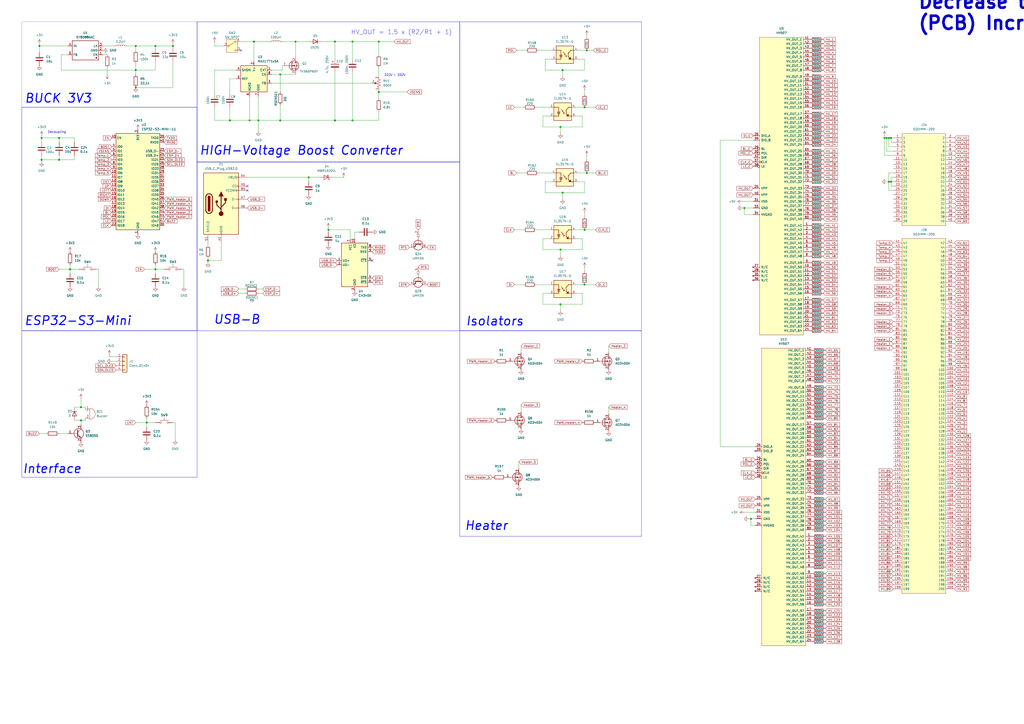
<source format=kicad_sch>
(kicad_sch (version 20250114) (generator "eeschema") (generator_version "9.0")
  (paper "A2")
  (rectangle (start 114.3 93.98) (end 266.7 191.77))
  (rectangle (start 12.7 12.7) (end 114.3 62.23) (stroke (width 0.0508)))
  (rectangle (start 12.7 191.77) (end 114.3 276.86))
  (rectangle (start 114.3 12.7) (end 266.7 93.98))
  (rectangle (start 266.7 191.77) (end 372.11 311.15))
  (rectangle (start 12.7 62.23) (end 114.3 191.77))
  (rectangle (start 266.7 12.7) (end 372.11 191.77))
  (text "Heater\n" (at 282.194 305.054 0) (effects (font (size 5.08 5.08) (thickness 0.635) (italic yes))))
  (text "USB-B\n" (at 137.414 185.42 0) (effects (font (size 5.08 5.08) (thickness 0.635) (italic yes))))
  (text "Interface" (at 30.226 272.034 0) (effects (font (size 5.08 5.08) (thickness 0.635) (italic yes))))
  (text "Decoupling\n" (at 33.02 76.708 0) (effects (font (size 1.27 1.27))))
  (text "HV_OUT = 1.5 x (R2/R1 + 1) \n" (at 233.934 18.796 0) (effects (font (size 2.54 2.54))))
  (text "222V ~ 332V" (at 229.108 43.688 0) (effects (font (size 1.27 1.27))))
  (text "Fix the error in Opto Series\nChange from USB-B to USB-C\nFix the OLED footprint\nChange the Power Inductor footprint\nDecrease the number of Buttons, use smaller button's footprint\n(PCB) Increase the Power traces width\n\n\n\n" (at 532.13 1.27 0) (effects (font (size 7.62 7.62) (thickness 1.524) (bold yes)) (justify left)))
  (text "ESP32-S3-Mini\n" (at 45.212 186.182 0) (effects (font (size 5.08 5.08) (thickness 0.635) (italic yes))))
  (text "Isolators" (at 287.02 186.436 0) (effects (font (size 5.08 5.08) (thickness 0.635) (italic yes))))
  (text "BUCK 3V3" (at 33.782 57.15 0) (effects (font (size 5.08 5.08) (thickness 0.635) (italic yes))))
  (text "HIGH-Voltage Boost Converter\n" (at 174.752 87.376 0) (effects (font (size 5.08 5.08) (thickness 0.635) (italic yes))))
  (junction (at 204.47 24.13))
  (junction (at 40.64 156.21))
  (junction (at 34.29 80.01))
  (junction (at 147.32 24.13))
  (junction (at 325.12 144.78))
  (junction (at 339.09 165.1))
  (junction (at 24.13 92.71))
  (junction (at 34.29 92.71))
  (junction (at 219.71 53.34))
  (junction (at 339.09 133.35))
  (junction (at 162.56 69.85))
  (junction (at 435.61 300.99))
  (junction (at 515.62 105.41))
  (junction (at 46.99 236.22))
  (junction (at 340.36 100.33))
  (junction (at 100.33 26.67))
  (junction (at 340.36 29.21))
  (junction (at 515.62 80.01))
  (junction (at 179.07 102.87))
  (junction (at 78.74 50.8))
  (junction (at 513.08 80.01))
  (junction (at 85.09 245.11))
  (junction (at 144.78 69.85))
  (junction (at 194.31 69.85))
  (junction (at 339.09 62.23))
  (junction (at 219.71 24.13))
  (junction (at 149.86 69.85))
  (junction (at 90.17 26.67))
  (junction (at 22.86 26.67))
  (junction (at 120.65 151.13))
  (junction (at 78.74 26.67))
  (junction (at 431.8 120.65))
  (junction (at 162.56 43.18))
  (junction (at 325.12 73.66))
  (junction (at 516.89 80.01))
  (junction (at 204.47 69.85))
  (junction (at 133.35 69.85))
  (junction (at 90.17 156.21))
  (junction (at 190.5 133.35))
  (junction (at 78.74 40.64))
  (junction (at 326.39 40.64))
  (junction (at 516.89 105.41))
  (junction (at 24.13 80.01))
  (junction (at 325.12 176.53))
  (junction (at 514.35 80.01))
  (junction (at 171.45 24.13))
  (junction (at 46.99 243.84))
  (junction (at 326.39 111.76))
  (junction (at 194.31 24.13))
  (no_connect (at 143.51 110.49))
  (no_connect (at 215.9 151.13))
  (no_connect (at 139.7 29.21))
  (no_connect (at 143.51 107.95))
  (no_connect (at 438.15 261.62))
  (wire (pts (xy 186.69 24.13) (xy 194.31 24.13)))
  (wire (pts (xy 515.62 110.49) (xy 515.62 105.41)))
  (wire (pts (xy 518.16 100.33) (xy 515.62 100.33)))
  (wire (pts (xy 518.16 110.49) (xy 515.62 110.49)))
  (wire (pts (xy 514.35 87.63) (xy 514.35 80.01)))
  (wire (pts (xy 311.15 165.1) (xy 318.77 165.1)))
  (wire (pts (xy 312.42 29.21) (xy 320.04 29.21)))
  (wire (pts (xy 314.96 138.43) (xy 314.96 144.78)))
  (wire (pts (xy 90.17 156.21) (xy 90.17 158.75)))
  (wire (pts (xy 518.16 82.55) (xy 516.89 82.55)))
  (wire (pts (xy 219.71 53.34) (xy 219.71 57.15)))
  (wire (pts (xy 144.78 55.88) (xy 144.78 69.85)))
  (wire (pts (xy 339.09 105.41) (xy 339.09 111.76)))
  (wire (pts (xy 436.88 124.46) (xy 431.8 124.46)))
  (wire (pts (xy 312.42 100.33) (xy 320.04 100.33)))
  (wire (pts (xy 46.99 243.84) (xy 46.99 246.38)))
  (wire (pts (xy 320.04 105.41) (xy 316.23 105.41)))
  (wire (pts (xy 339.09 34.29) (xy 339.09 40.64)))
  (wire (pts (xy 219.71 69.85) (xy 219.71 64.77)))
  (wire (pts (xy 298.45 165.1) (xy 303.53 165.1)))
  (wire (pts (xy 513.08 78.74) (xy 513.08 80.01)))
  (wire (pts (xy 120.65 149.86) (xy 120.65 151.13)))
  (wire (pts (xy 334.01 138.43) (xy 337.82 138.43)))
  (wire (pts (xy 334.01 165.1) (xy 339.09 165.1)))
  (wire (pts (xy 133.35 62.23) (xy 133.35 69.85)))
  (wire (pts (xy 314.96 67.31) (xy 314.96 73.66)))
  (wire (pts (xy 34.29 156.21) (xy 40.64 156.21)))
  (wire (pts (xy 90.17 26.67) (xy 100.33 26.67)))
  (wire (pts (xy 318.77 67.31) (xy 314.96 67.31)))
  (wire (pts (xy 518.16 90.17) (xy 513.08 90.17)))
  (wire (pts (xy 171.45 24.13) (xy 179.07 24.13)))
  (wire (pts (xy 57.15 156.21) (xy 57.15 166.37)))
  (wire (pts (xy 203.2 138.43) (xy 203.2 133.35)))
  (wire (pts (xy 298.45 62.23) (xy 303.53 62.23)))
  (wire (pts (xy 120.65 151.13) (xy 120.65 152.4)))
  (wire (pts (xy 345.44 100.33) (xy 340.36 100.33)))
  (wire (pts (xy 431.8 124.46) (xy 431.8 120.65)))
  (wire (pts (xy 162.56 69.85) (xy 194.31 69.85)))
  (wire (pts (xy 149.86 69.85) (xy 162.56 69.85)))
  (wire (pts (xy 518.16 87.63) (xy 514.35 87.63)))
  (wire (pts (xy 124.46 40.64) (xy 137.16 40.64)))
  (wire (pts (xy 516.89 82.55) (xy 516.89 80.01)))
  (wire (pts (xy 194.31 41.91) (xy 194.31 69.85)))
  (wire (pts (xy 417.83 81.28) (xy 417.83 259.08)))
  (wire (pts (xy 100.33 35.56) (xy 100.33 50.8)))
  (wire (pts (xy 314.96 73.66) (xy 325.12 73.66)))
  (wire (pts (xy 124.46 40.64) (xy 124.46 54.61)))
  (wire (pts (xy 316.23 105.41) (xy 316.23 111.76)))
  (wire (pts (xy 100.33 245.11) (xy 101.6 245.11)))
  (wire (pts (xy 83.82 156.21) (xy 90.17 156.21)))
  (wire (pts (xy 162.56 69.85) (xy 162.56 60.96)))
  (wire (pts (xy 345.44 165.1) (xy 339.09 165.1)))
  (wire (pts (xy 334.01 170.18) (xy 337.82 170.18)))
  (wire (pts (xy 73.66 26.67) (xy 78.74 26.67)))
  (wire (pts (xy 335.28 105.41) (xy 339.09 105.41)))
  (wire (pts (xy 516.89 80.01) (xy 518.16 80.01)))
  (wire (pts (xy 334.01 67.31) (xy 337.82 67.31)))
  (wire (pts (xy 516.89 102.87) (xy 516.89 105.41)))
  (wire (pts (xy 78.74 36.83) (xy 78.74 40.64)))
  (wire (pts (xy 518.16 85.09) (xy 515.62 85.09)))
  (wire (pts (xy 43.18 82.55) (xy 43.18 80.01)))
  (wire (pts (xy 190.5 134.62) (xy 190.5 133.35)))
  (wire (pts (xy 34.29 80.01) (xy 43.18 80.01)))
  (wire (pts (xy 316.23 40.64) (xy 326.39 40.64)))
  (wire (pts (xy 163.83 38.1) (xy 163.83 40.64)))
  (wire (pts (xy 63.5 207.01) (xy 63.5 205.74)))
  (wire (pts (xy 314.96 176.53) (xy 325.12 176.53)))
  (wire (pts (xy 49.53 237.49) (xy 49.53 236.22)))
  (wire (pts (xy 90.17 156.21) (xy 95.25 156.21)))
  (wire (pts (xy 339.09 133.35) (xy 345.44 133.35)))
  (wire (pts (xy 340.36 90.17) (xy 340.36 92.71)))
  (wire (pts (xy 193.04 102.87) (xy 199.39 102.87)))
  (wire (pts (xy 337.82 170.18) (xy 337.82 176.53)))
  (wire (pts (xy 105.41 156.21) (xy 106.68 156.21)))
  (wire (pts (xy 129.54 26.67) (xy 124.46 26.67)))
  (wire (pts (xy 101.6 245.11) (xy 101.6 255.27)))
  (wire (pts (xy 46.99 243.84) (xy 49.53 243.84)))
  (wire (pts (xy 90.17 26.67) (xy 90.17 27.94)))
  (wire (pts (xy 43.18 236.22) (xy 46.99 236.22)))
  (wire (pts (xy 124.46 69.85) (xy 133.35 69.85)))
  (wire (pts (xy 194.31 24.13) (xy 194.31 34.29)))
  (wire (pts (xy 325.12 176.53) (xy 325.12 180.34)))
  (wire (pts (xy 78.74 29.21) (xy 78.74 26.67)))
  (wire (pts (xy 85.09 245.11) (xy 90.17 245.11)))
  (wire (pts (xy 204.47 69.85) (xy 194.31 69.85)))
  (wire (pts (xy 515.62 100.33) (xy 515.62 105.41)))
  (wire (pts (xy 144.78 69.85) (xy 149.86 69.85)))
  (wire (pts (xy 516.89 105.41) (xy 518.16 105.41)))
  (wire (pts (xy 325.12 144.78) (xy 325.12 148.59)))
  (wire (pts (xy 163.83 24.13) (xy 171.45 24.13)))
  (wire (pts (xy 435.61 300.99) (xy 438.15 300.99)))
  (wire (pts (xy 326.39 111.76) (xy 326.39 115.57)))
  (wire (pts (xy 320.04 34.29) (xy 316.23 34.29)))
  (wire (pts (xy 24.13 92.71) (xy 34.29 92.71)))
  (wire (pts (xy 22.86 251.46) (xy 26.67 251.46)))
  (wire (pts (xy 78.74 245.11) (xy 85.09 245.11)))
  (wire (pts (xy 337.82 138.43) (xy 337.82 144.78)))
  (wire (pts (xy 190.5 133.35) (xy 190.5 132.08)))
  (wire (pts (xy 149.86 167.64) (xy 152.4 167.64)))
  (wire (pts (xy 337.82 67.31) (xy 337.82 73.66)))
  (wire (pts (xy 298.45 133.35) (xy 303.53 133.35)))
  (wire (pts (xy 339.09 52.07) (xy 339.09 54.61)))
  (wire (pts (xy 124.46 62.23) (xy 124.46 69.85)))
  (wire (pts (xy 205.74 134.62) (xy 208.28 134.62)))
  (wire (pts (xy 34.29 90.17) (xy 34.29 92.71)))
  (wire (pts (xy 90.17 153.67) (xy 90.17 156.21)))
  (wire (pts (xy 205.74 138.43) (xy 205.74 134.62)))
  (wire (pts (xy 219.71 52.07) (xy 219.71 53.34)))
  (wire (pts (xy 171.45 24.13) (xy 171.45 33.02)))
  (wire (pts (xy 300.99 267.97) (xy 300.99 271.78)))
  (wire (pts (xy 219.71 24.13) (xy 219.71 31.75)))
  (wire (pts (xy 515.62 80.01) (xy 516.89 80.01)))
  (wire (pts (xy 24.13 92.71) (xy 24.13 90.17)))
  (wire (pts (xy 24.13 92.71) (xy 24.13 93.98)))
  (wire (pts (xy 335.28 29.21) (xy 340.36 29.21)))
  (wire (pts (xy 55.88 156.21) (xy 57.15 156.21)))
  (wire (pts (xy 438.15 297.18) (xy 431.8 297.18)))
  (wire (pts (xy 318.77 170.18) (xy 314.96 170.18)))
  (wire (pts (xy 137.16 45.72) (xy 133.35 45.72)))
  (wire (pts (xy 302.26 234.95) (xy 302.26 238.76)))
  (wire (pts (xy 43.18 90.17) (xy 43.18 92.71)))
  (wire (pts (xy 133.35 69.85) (xy 144.78 69.85)))
  (wire (pts (xy 139.7 24.13) (xy 147.32 24.13)))
  (wire (pts (xy 149.86 55.88) (xy 149.86 69.85)))
  (wire (pts (xy 62.23 39.37) (xy 62.23 43.18)))
  (wire (pts (xy 325.12 73.66) (xy 325.12 77.47)))
  (wire (pts (xy 430.53 120.65) (xy 431.8 120.65)))
  (wire (pts (xy 311.15 133.35) (xy 318.77 133.35)))
  (wire (pts (xy 325.12 144.78) (xy 337.82 144.78)))
  (wire (pts (xy 431.8 120.65) (xy 436.88 120.65)))
  (wire (pts (xy 326.39 40.64) (xy 339.09 40.64)))
  (wire (pts (xy 100.33 26.67) (xy 100.33 25.4)))
  (wire (pts (xy 78.74 26.67) (xy 90.17 26.67)))
  (wire (pts (xy 514.35 105.41) (xy 515.62 105.41)))
  (wire (pts (xy 513.08 90.17) (xy 513.08 80.01)))
  (wire (pts (xy 515.62 105.41) (xy 516.89 105.41)))
  (wire (pts (xy 513.08 80.01) (xy 514.35 80.01)))
  (wire (pts (xy 515.62 80.01) (xy 515.62 85.09)))
  (wire (pts (xy 157.48 43.18) (xy 162.56 43.18)))
  (wire (pts (xy 163.83 40.64) (xy 157.48 40.64)))
  (wire (pts (xy 435.61 304.8) (xy 438.15 304.8)))
  (wire (pts (xy 204.47 41.91) (xy 204.47 69.85)))
  (wire (pts (xy 106.68 156.21) (xy 106.68 166.37)))
  (wire (pts (xy 40.64 156.21) (xy 45.72 156.21)))
  (wire (pts (xy 219.71 39.37) (xy 219.71 44.45)))
  (wire (pts (xy 138.43 170.18) (xy 142.24 170.18)))
  (wire (pts (xy 90.17 40.64) (xy 78.74 40.64)))
  (wire (pts (xy 49.53 236.22) (xy 46.99 236.22)))
  (wire (pts (xy 325.12 73.66) (xy 337.82 73.66)))
  (wire (pts (xy 434.34 300.99) (xy 435.61 300.99)))
  (wire (pts (xy 63.5 207.01) (xy 67.31 207.01)))
  (wire (pts (xy 90.17 35.56) (xy 90.17 40.64)))
  (wire (pts (xy 46.99 231.14) (xy 46.99 236.22)))
  (wire (pts (xy 34.29 82.55) (xy 34.29 80.01)))
  (wire (pts (xy 22.86 25.4) (xy 22.86 26.67)))
  (wire (pts (xy 299.72 100.33) (xy 304.8 100.33)))
  (wire (pts (xy 22.86 26.67) (xy 39.37 26.67)))
  (wire (pts (xy 128.27 140.97) (xy 128.27 151.13)))
  (wire (pts (xy 326.39 111.76) (xy 339.09 111.76)))
  (wire (pts (xy 325.12 176.53) (xy 337.82 176.53)))
  (wire (pts (xy 162.56 43.18) (xy 162.56 53.34)))
  (wire (pts (xy 120.65 151.13) (xy 128.27 151.13)))
  (wire (pts (xy 143.51 102.87) (xy 179.07 102.87)))
  (wire (pts (xy 353.06 200.66) (xy 353.06 204.47)))
  (wire (pts (xy 49.53 242.57) (xy 49.53 243.84)))
  (wire (pts (xy 133.35 45.72) (xy 133.35 54.61)))
  (wire (pts (xy 339.09 123.19) (xy 339.09 125.73)))
  (wire (pts (xy 334.01 133.35) (xy 339.09 133.35)))
  (wire (pts (xy 78.74 40.64) (xy 35.56 40.64)))
  (wire (pts (xy 85.09 242.57) (xy 85.09 245.11)))
  (wire (pts (xy 179.07 102.87) (xy 185.42 102.87)))
  (wire (pts (xy 179.07 102.87) (xy 179.07 105.41)))
  (wire (pts (xy 204.47 69.85) (xy 219.71 69.85)))
  (wire (pts (xy 318.77 138.43) (xy 314.96 138.43)))
  (wire (pts (xy 190.5 133.35) (xy 203.2 133.35)))
  (wire (pts (xy 340.36 29.21) (xy 344.17 29.21)))
  (wire (pts (xy 311.15 62.23) (xy 318.77 62.23)))
  (wire (pts (xy 340.36 20.32) (xy 340.36 21.59)))
  (wire (pts (xy 302.26 200.66) (xy 302.26 204.47)))
  (wire (pts (xy 417.83 259.08) (xy 438.15 259.08)))
  (wire (pts (xy 514.35 80.01) (xy 515.62 80.01)))
  (wire (pts (xy 299.72 29.21) (xy 304.8 29.21)))
  (wire (pts (xy 435.61 300.99) (xy 435.61 304.8)))
  (wire (pts (xy 24.13 78.74) (xy 24.13 80.01)))
  (wire (pts (xy 334.01 62.23) (xy 339.09 62.23)))
  (wire (pts (xy 147.32 24.13) (xy 147.32 35.56)))
  (wire (pts (xy 204.47 24.13) (xy 194.31 24.13)))
  (wire (pts (xy 516.89 107.95) (xy 516.89 105.41)))
  (wire (pts (xy 314.96 170.18) (xy 314.96 176.53)))
  (wire (pts (xy 436.88 81.28) (xy 417.83 81.28)))
  (wire (pts (xy 228.6 24.13) (xy 219.71 24.13)))
  (wire (pts (xy 59.69 26.67) (xy 66.04 26.67)))
  (wire (pts (xy 314.96 144.78) (xy 325.12 144.78)))
  (wire (pts (xy 353.06 236.22) (xy 353.06 240.03)))
  (wire (pts (xy 204.47 24.13) (xy 219.71 24.13)))
  (wire (pts (xy 157.48 48.26) (xy 215.9 48.26)))
  (wire (pts (xy 518.16 107.95) (xy 516.89 107.95)))
  (wire (pts (xy 22.86 26.67) (xy 22.86 30.48)))
  (wire (pts (xy 138.43 167.64) (xy 142.24 167.64)))
  (wire (pts (xy 43.18 243.84) (xy 46.99 243.84)))
  (wire (pts (xy 85.09 245.11) (xy 85.09 247.65)))
  (wire (pts (xy 100.33 26.67) (xy 100.33 27.94)))
  (wire (pts (xy 147.32 24.13) (xy 156.21 24.13)))
  (wire (pts (xy 339.09 154.94) (xy 339.09 157.48)))
  (wire (pts (xy 34.29 251.46) (xy 39.37 251.46)))
  (wire (pts (xy 43.18 92.71) (xy 34.29 92.71)))
  (wire (pts (xy 219.71 53.34) (xy 236.22 53.34)))
  (wire (pts (xy 59.69 31.75) (xy 62.23 31.75)))
  (wire (pts (xy 124.46 26.67) (xy 124.46 24.13)))
  (wire (pts (xy 24.13 80.01) (xy 24.13 82.55)))
  (wire (pts (xy 35.56 40.64) (xy 35.56 31.75)))
  (wire (pts (xy 316.23 111.76) (xy 326.39 111.76)))
  (wire (pts (xy 35.56 31.75) (xy 39.37 31.75)))
  (wire (pts (xy 40.64 153.67) (xy 40.64 156.21)))
  (wire (pts (xy 204.47 34.29) (xy 204.47 24.13)))
  (wire (pts (xy 149.86 69.85) (xy 149.86 76.2)))
  (wire (pts (xy 316.23 34.29) (xy 316.23 40.64)))
  (wire (pts (xy 162.56 43.18) (xy 171.45 43.18)))
  (wire (pts (xy 64.77 209.55) (xy 67.31 209.55)))
  (wire (pts (xy 100.33 50.8) (xy 78.74 50.8)))
  (wire (pts (xy 120.65 140.97) (xy 120.65 142.24)))
  (wire (pts (xy 335.28 34.29) (xy 339.09 34.29)))
  (wire (pts (xy 335.28 100.33) (xy 340.36 100.33)))
  (wire (pts (xy 24.13 80.01) (xy 34.29 80.01)))
  (wire (pts (xy 149.86 170.18) (xy 152.4 170.18)))
  (wire (pts (xy 326.39 40.64) (xy 326.39 44.45)))
  (wire (pts (xy 436.88 116.84) (xy 430.53 116.84)))
  (wire (pts (xy 40.64 156.21) (xy 40.64 158.75)))
  (wire (pts (xy 345.44 62.23) (xy 339.09 62.23)))
  (wire (pts (xy 518.16 102.87) (xy 516.89 102.87)))
  (wire (pts (xy 78.74 40.64) (xy 78.74 43.18)))
  (global_label "HV_52" (shape input) (at 477.52 160.02 0) (property "Intersheetrefs" "${INTERSHEET_REFS}" (effects (hide yes))))
  (global_label "HV_29" (shape input) (at 477.52 97.79 0) (property "Intersheetrefs" "${INTERSHEET_REFS}" (effects (hide yes))))
  (global_label "HV_50" (shape input) (at 477.52 154.94 0) (property "Intersheetrefs" "${INTERSHEET_REFS}" (effects (hide yes))))
  (global_label "HV_72" (shape input) (at 518.16 290.83 180) (property "Intersheetrefs" "${INTERSHEET_REFS}" (effects (hide yes))))
  (global_label "HV_105" (shape input) (at 553.72 311.15 0) (property "Intersheetrefs" "${INTERSHEET_REFS}" (effects (hide yes))))
  (global_label "HV_48" (shape input) (at 477.52 148.59 0) (property "Intersheetrefs" "${INTERSHEET_REFS}" (effects (hide yes))))
  (global_label "HV_13" (shape input) (at 477.52 54.61 0) (property "Intersheetrefs" "${INTERSHEET_REFS}" (effects (hide yes))))
  (global_label "HV_49" (shape input) (at 553.72 100.33 0) (property "Intersheetrefs" "${INTERSHEET_REFS}" (effects (hide yes))))
  (global_label "HV_99" (shape input) (at 478.79 294.64 0) (property "Intersheetrefs" "${INTERSHEET_REFS}" (effects (hide yes))))
  (global_label "HV_65" (shape input) (at 518.16 273.05 180) (property "Intersheetrefs" "${INTERSHEET_REFS}" (effects (hide yes))))
  (global_label "DI_C" (shape input) (at 345.44 165.1 0) (property "Intersheetrefs" "${INTERSHEET_REFS}" (effects (hide yes))))
  (global_label "HV_115" (shape input) (at 553.72 285.75 0) (property "Intersheetrefs" "${INTERSHEET_REFS}" (effects (hide yes))))
  (global_label "HV_88" (shape input) (at 518.16 331.47 180) (property "Intersheetrefs" "${INTERSHEET_REFS}" (effects (hide yes))))
  (global_label "CLK_C" (shape input) (at 345.44 133.35 0) (property "Intersheetrefs" "${INTERSHEET_REFS}" (effects (hide yes))))
  (global_label "Heater_3" (shape input) (at 302.26 234.95 0) (property "Intersheetrefs" "${INTERSHEET_REFS}" (effects (hide yes))))
  (global_label "HV_33" (shape input) (at 477.52 109.22 0) (property "Intersheetrefs" "${INTERSHEET_REFS}" (effects (hide yes))))
  (global_label "HV_37" (shape input) (at 553.72 158.75 0) (property "Intersheetrefs" "${INTERSHEET_REFS}" (effects (hide yes))))
  (global_label "BOOT" (shape input) (at 34.29 156.21 180) (property "Intersheetrefs" "${INTERSHEET_REFS}" (effects (hide yes))))
  (global_label "RIGHT" (shape input) (at 64.77 113.03 180) (property "Intersheetrefs" "${INTERSHEET_REFS}" (effects (hide yes))))
  (global_label "ESP_D+" (shape input) (at 152.4 170.18 0) (property "Intersheetrefs" "${INTERSHEET_REFS}" (effects (hide yes))))
  (global_label "HV_70" (shape input) (at 518.16 285.75 180) (property "Intersheetrefs" "${INTERSHEET_REFS}" (effects (hide yes))))
  (global_label "POL" (shape input) (at 299.72 29.21 180) (property "Intersheetrefs" "${INTERSHEET_REFS}" (effects (hide yes))))
  (global_label "HV_104" (shape input) (at 478.79 307.34 0) (property "Intersheetrefs" "${INTERSHEET_REFS}" (effects (hide yes))))
  (global_label "HV_90" (shape input) (at 478.79 270.51 0) (property "Intersheetrefs" "${INTERSHEET_REFS}" (effects (hide yes))))
  (global_label "HV_122" (shape input) (at 478.79 356.87 0) (property "Intersheetrefs" "${INTERSHEET_REFS}" (effects (hide yes))))
  (global_label "HV_43" (shape input) (at 477.52 135.89 0) (property "Intersheetrefs" "${INTERSHEET_REFS}" (effects (hide yes))))
  (global_label "HV_74" (shape input) (at 478.79 227.33 0) (property "Intersheetrefs" "${INTERSHEET_REFS}" (effects (hide yes))))
  (global_label "HV_46" (shape input) (at 477.52 143.51 0) (property "Intersheetrefs" "${INTERSHEET_REFS}" (effects (hide yes))))
  (global_label "DOWN" (shape input) (at 64.77 115.57 180) (property "Intersheetrefs" "${INTERSHEET_REFS}" (effects (hide yes))))
  (global_label "HV_59" (shape input) (at 477.52 179.07 0) (property "Intersheetrefs" "${INTERSHEET_REFS}" (effects (hide yes))))
  (global_label "CLK_C" (shape input) (at 436.88 93.98 180) (property "Intersheetrefs" "${INTERSHEET_REFS}" (effects (hide yes))))
  (global_label "HV_30" (shape input) (at 553.72 176.53 0) (property "Intersheetrefs" "${INTERSHEET_REFS}" (effects (hide yes))))
  (global_label "HV_118" (shape input) (at 478.79 345.44 0) (property "Intersheetrefs" "${INTERSHEET_REFS}" (effects (hide yes))))
  (global_label "Heater_1" (shape input) (at 518.16 196.85 180) (property "Intersheetrefs" "${INTERSHEET_REFS}" (effects (hide yes))))
  (global_label "HV_64" (shape input) (at 477.52 191.77 0) (property "Intersheetrefs" "${INTERSHEET_REFS}" (effects (hide yes))))
  (global_label "PWM_Heater_5" (shape input) (at 95.25 115.57 0) (property "Intersheetrefs" "${INTERSHEET_REFS}" (effects (hide yes))))
  (global_label "PWM_Heater_3" (shape input) (at 287.02 243.84 180) (property "Intersheetrefs" "${INTERSHEET_REFS}" (effects (hide yes))))
  (global_label "DTR" (shape input) (at 237.49 165.1 180) (property "Intersheetrefs" "${INTERSHEET_REFS}" (effects (hide yes))))
  (global_label "PWM_Heater_3" (shape input) (at 95.25 120.65 0) (property "Intersheetrefs" "${INTERSHEET_REFS}" (effects (hide yes))))
  (global_label "Temp_1" (shape input) (at 518.16 151.13 180) (property "Intersheetrefs" "${INTERSHEET_REFS}" (effects (hide yes))))
  (global_label "HV_70" (shape input) (at 478.79 215.9 0) (property "Intersheetrefs" "${INTERSHEET_REFS}" (effects (hide yes))))
  (global_label "HV_52" (shape input) (at 553.72 107.95 0) (property "Intersheetrefs" "${INTERSHEET_REFS}" (effects (hide yes))))
  (global_label "HV_80" (shape input) (at 518.16 311.15 180) (property "Intersheetrefs" "${INTERSHEET_REFS}" (effects (hide yes))))
  (global_label "HV_74" (shape input) (at 518.16 295.91 180) (property "Intersheetrefs" "${INTERSHEET_REFS}" (effects (hide yes))))
  (global_label "HV_54" (shape input) (at 553.72 113.03 0) (property "Intersheetrefs" "${INTERSHEET_REFS}" (effects (hide yes))))
  (global_label "HV_40" (shape input) (at 477.52 127 0) (property "Intersheetrefs" "${INTERSHEET_REFS}" (effects (hide yes))))
  (global_label "HV_OUT" (shape input) (at 436.88 109.22 180) (property "Intersheetrefs" "${INTERSHEET_REFS}" (effects (hide yes))))
  (global_label "HV_122" (shape input) (at 553.72 267.97 0) (property "Intersheetrefs" "${INTERSHEET_REFS}" (effects (hide yes))))
  (global_label "HV_60" (shape input) (at 477.52 181.61 0) (property "Intersheetrefs" "${INTERSHEET_REFS}" (effects (hide yes))))
  (global_label "HV_109" (shape input) (at 553.72 300.99 0) (property "Intersheetrefs" "${INTERSHEET_REFS}" (effects (hide yes))))
  (global_label "HV_57" (shape input) (at 477.52 173.99 0) (property "Intersheetrefs" "${INTERSHEET_REFS}" (effects (hide yes))))
  (global_label "HV_17" (shape input) (at 553.72 209.55 0) (property "Intersheetrefs" "${INTERSHEET_REFS}" (effects (hide yes))))
  (global_label "HV_24" (shape input) (at 477.52 83.82 0) (property "Intersheetrefs" "${INTERSHEET_REFS}" (effects (hide yes))))
  (global_label "PWM_Heater_4" (shape input) (at 95.25 118.11 0) (property "Intersheetrefs" "${INTERSHEET_REFS}" (effects (hide yes))))
  (global_label "HV_76" (shape input) (at 518.16 300.99 180) (property "Intersheetrefs" "${INTERSHEET_REFS}" (effects (hide yes))))
  (global_label "HV_107" (shape input) (at 553.72 306.07 0) (property "Intersheetrefs" "${INTERSHEET_REFS}" (effects (hide yes))))
  (global_label "HV_55" (shape input) (at 477.52 167.64 0) (property "Intersheetrefs" "${INTERSHEET_REFS}" (effects (hide yes))))
  (global_label "HV_19" (shape input) (at 553.72 204.47 0) (property "Intersheetrefs" "${INTERSHEET_REFS}" (effects (hide yes))))
  (global_label "HV_128" (shape input) (at 553.72 252.73 0) (property "Intersheetrefs" "${INTERSHEET_REFS}" (effects (hide yes))))
  (global_label "HV_47" (shape input) (at 477.52 146.05 0) (property "Intersheetrefs" "${INTERSHEET_REFS}" (effects (hide yes))))
  (global_label "HV_21" (shape input) (at 477.52 76.2 0) (property "Intersheetrefs" "${INTERSHEET_REFS}" (effects (hide yes))))
  (global_label "HV_111" (shape input) (at 553.72 295.91 0) (property "Intersheetrefs" "${INTERSHEET_REFS}" (effects (hide yes))))
  (global_label "HV_15" (shape input) (at 477.52 59.69 0) (property "Intersheetrefs" "${INTERSHEET_REFS}" (effects (hide yes))))
  (global_label "LE" (shape input) (at 64.77 128.27 180) (property "Intersheetrefs" "${INTERSHEET_REFS}" (effects (hide yes))))
  (global_label "HV_14" (shape input) (at 553.72 217.17 0) (property "Intersheetrefs" "${INTERSHEET_REFS}" (effects (hide yes))))
  (global_label "HV_34" (shape input) (at 477.52 111.76 0) (property "Intersheetrefs" "${INTERSHEET_REFS}" (effects (hide yes))))
  (global_label "HV_126" (shape input) (at 478.79 367.03 0) (property "Intersheetrefs" "${INTERSHEET_REFS}" (effects (hide yes))))
  (global_label "HV_67" (shape input) (at 478.79 208.28 0) (property "Intersheetrefs" "${INTERSHEET_REFS}" (effects (hide yes))))
  (global_label "HV_77" (shape input) (at 478.79 234.95 0) (property "Intersheetrefs" "${INTERSHEET_REFS}" (effects (hide yes))))
  (global_label "HV_48" (shape input) (at 553.72 97.79 0) (property "Intersheetrefs" "${INTERSHEET_REFS}" (effects (hide yes))))
  (global_label "HV_54" (shape input) (at 477.52 165.1 0) (property "Intersheetrefs" "${INTERSHEET_REFS}" (effects (hide yes))))
  (global_label "SCL_OLED" (shape input) (at 67.31 212.09 180) (property "Intersheetrefs" "${INTERSHEET_REFS}" (effects (hide yes))))
  (global_label "HV_3" (shape input) (at 553.72 245.11 0) (property "Intersheetrefs" "${INTERSHEET_REFS}" (effects (hide yes))))
  (global_label "HV_95" (shape input) (at 478.79 283.21 0) (property "Intersheetrefs" "${INTERSHEET_REFS}" (effects (hide yes))))
  (global_label "VSENS" (shape input) (at 64.77 87.63 180) (property "Intersheetrefs" "${INTERSHEET_REFS}" (effects (hide yes))))
  (global_label "HV_23" (shape input) (at 553.72 194.31 0) (property "Intersheetrefs" "${INTERSHEET_REFS}" (effects (hide yes))))
  (global_label "TXDO" (shape input) (at 215.9 146.05 0) (property "Intersheetrefs" "${INTERSHEET_REFS}" (effects (hide yes))))
  (global_label "Heater_3" (shape input) (at 518.16 181.61 180) (property "Intersheetrefs" "${INTERSHEET_REFS}" (effects (hide yes))))
  (global_label "HV_58" (shape input) (at 477.52 176.53 0) (property "Intersheetrefs" "${INTERSHEET_REFS}" (effects (hide yes))))
  (global_label "HV_9" (shape input) (at 477.52 44.45 0) (property "Intersheetrefs" "${INTERSHEET_REFS}" (effects (hide yes))))
  (global_label "HV_29" (shape input) (at 553.72 179.07 0) (property "Intersheetrefs" "${INTERSHEET_REFS}" (effects (hide yes))))
  (global_label "HV_81" (shape input) (at 518.16 313.69 180) (property "Intersheetrefs" "${INTERSHEET_REFS}" (effects (hide yes))))
  (global_label "HV_102" (shape input) (at 478.79 302.26 0) (property "Intersheetrefs" "${INTERSHEET_REFS}" (effects (hide yes))))
  (global_label "Temp_4" (shape input) (at 518.16 143.51 180) (property "Intersheetrefs" "${INTERSHEET_REFS}" (effects (hide yes))))
  (global_label "HV_53" (shape input) (at 477.52 162.56 0) (property "Intersheetrefs" "${INTERSHEET_REFS}" (effects (hide yes))))
  (global_label "HV_118" (shape input) (at 553.72 278.13 0) (property "Intersheetrefs" "${INTERSHEET_REFS}" (effects (hide yes))))
  (global_label "HV_114" (shape input) (at 553.72 288.29 0) (property "Intersheetrefs" "${INTERSHEET_REFS}" (effects (hide yes))))
  (global_label "HV_102" (shape input) (at 553.72 318.77 0) (property "Intersheetrefs" "${INTERSHEET_REFS}" (effects (hide yes))))
  (global_label "HV_88" (shape input) (at 478.79 264.16 0) (property "Intersheetrefs" "${INTERSHEET_REFS}" (effects (hide yes))))
  (global_label "LEFT" (shape input) (at 64.77 110.49 180) (property "Intersheetrefs" "${INTERSHEET_REFS}" (effects (hide yes))))
  (global_label "HV_OUT" (shape input) (at 436.88 113.03 180) (property "Intersheetrefs" "${INTERSHEET_REFS}" (effects (hide yes))))
  (global_label "HV_77" (shape input) (at 518.16 303.53 180) (property "Intersheetrefs" "${INTERSHEET_REFS}" (effects (hide yes))))
  (global_label "HV_113" (shape input) (at 553.72 290.83 0) (property "Intersheetrefs" "${INTERSHEET_REFS}" (effects (hide yes))))
  (global_label "Temp_3" (shape input) (at 518.16 146.05 180) (property "Intersheetrefs" "${INTERSHEET_REFS}" (effects (hide yes))))
  (global_label "HV_2" (shape input) (at 477.52 25.4 0) (property "Intersheetrefs" "${INTERSHEET_REFS}" (effects (hide yes))))
  (global_label "HV_56" (shape input) (at 553.72 118.11 0) (property "Intersheetrefs" "${INTERSHEET_REFS}" (effects (hide yes))))
  (global_label "HV_93" (shape input) (at 478.79 278.13 0) (property "Intersheetrefs" "${INTERSHEET_REFS}" (effects (hide yes))))
  (global_label "HV_69" (shape input) (at 478.79 213.36 0) (property "Intersheetrefs" "${INTERSHEET_REFS}" (effects (hide yes))))
  (global_label "DI_C" (shape input) (at 436.88 78.74 180) (property "Intersheetrefs" "${INTERSHEET_REFS}" (effects (hide yes))))
  (global_label "HV_106" (shape input) (at 553.72 308.61 0) (property "Intersheetrefs" "${INTERSHEET_REFS}" (effects (hide yes))))
  (global_label "HV_50" (shape input) (at 553.72 102.87 0) (property "Intersheetrefs" "${INTERSHEET_REFS}" (effects (hide yes))))
  (global_label "HV_63" (shape input) (at 477.52 189.23 0) (property "Intersheetrefs" "${INTERSHEET_REFS}" (effects (hide yes))))
  (global_label "HV_100" (shape input) (at 553.72 323.85 0) (property "Intersheetrefs" "${INTERSHEET_REFS}" (effects (hide yes))))
  (global_label "HV_85" (shape input) (at 478.79 256.54 0) (property "Intersheetrefs" "${INTERSHEET_REFS}" (effects (hide yes))))
  (global_label "HV_121" (shape input) (at 478.79 354.33 0) (property "Intersheetrefs" "${INTERSHEET_REFS}" (effects (hide yes))))
  (global_label "HV_32" (shape input) (at 553.72 171.45 0) (property "Intersheetrefs" "${INTERSHEET_REFS}" (effects (hide yes))))
  (global_label "HV_16" (shape input) (at 477.52 62.23 0) (property "Intersheetrefs" "${INTERSHEET_REFS}" (effects (hide yes))))
  (global_label "HV_86" (shape input) (at 478.79 259.08 0) (property "Intersheetrefs" "${INTERSHEET_REFS}" (effects (hide yes))))
  (global_label "HV_89" (shape input) (at 478.79 267.97 0) (property "Intersheetrefs" "${INTERSHEET_REFS}" (effects (hide yes))))
  (global_label "ESP_D-" (shape input) (at 152.4 167.64 0) (property "Intersheetrefs" "${INTERSHEET_REFS}" (effects (hide yes))))
  (global_label "HV_112" (shape input) (at 553.72 293.37 0) (property "Intersheetrefs" "${INTERSHEET_REFS}" (effects (hide yes))))
  (global_label "HV_92" (shape input) (at 518.16 334.01 180) (property "Intersheetrefs" "${INTERSHEET_REFS}" (effects (hide yes))))
  (global_label "LE" (shape input) (at 298.45 62.23 180) (property "Intersheetrefs" "${INTERSHEET_REFS}" (effects (hide yes))))
  (global_label "ESP_D+" (shape input) (at 95.25 90.17 0) (property "Intersheetrefs" "${INTERSHEET_REFS}" (effects (hide yes))))
  (global_label "HV_3" (shape input) (at 477.52 27.94 0) (property "Intersheetrefs" "${INTERSHEET_REFS}" (effects (hide yes))))
  (global_label "DTR" (shape input) (at 242.57 133.35 90) (property "Intersheetrefs" "${INTERSHEET_REFS}" (effects (hide yes))))
  (global_label "HV_71" (shape input) (at 478.79 218.44 0) (property "Intersheetrefs" "${INTERSHEET_REFS}" (effects (hide yes))))
  (global_label "HV_73" (shape input) (at 478.79 224.79 0) (property "Intersheetrefs" "${INTERSHEET_REFS}" (effects (hide yes))))
  (global_label "HV_1" (shape input) (at 477.52 22.86 0) (property "Intersheetrefs" "${INTERSHEET_REFS}" (effects (hide yes))))
  (global_label "HV_18" (shape input) (at 553.72 207.01 0) (property "Intersheetrefs" "${INTERSHEET_REFS}" (effects (hide yes))))
  (global_label "HV_22" (shape input) (at 553.72 196.85 0) (property "Intersheetrefs" "${INTERSHEET_REFS}" (effects (hide yes))))
  (global_label "Heater_5" (shape input) (at 518.16 158.75 180) (property "Intersheetrefs" "${INTERSHEET_REFS}" (effects (hide yes))))
  (global_label "HV_94" (shape input) (at 478.79 280.67 0) (property "Intersheetrefs" "${INTERSHEET_REFS}" (effects (hide yes))))
  (global_label "HV_12" (shape input) (at 477.52 52.07 0) (property "Intersheetrefs" "${INTERSHEET_REFS}" (effects (hide yes))))
  (global_label "HV_116" (shape input) (at 478.79 340.36 0) (property "Intersheetrefs" "${INTERSHEET_REFS}" (effects (hide yes))))
  (global_label "ESP_D-" (shape input) (at 95.25 87.63 0) (property "Intersheetrefs" "${INTERSHEET_REFS}" (effects (hide yes))))
  (global_label "HV_18" (shape input) (at 477.52 68.58 0) (property "Intersheetrefs" "${INTERSHEET_REFS}" (effects (hide yes))))
  (global_label "HV_53" (shape input) (at 553.72 110.49 0) (property "Intersheetrefs" "${INTERSHEET_REFS}" (effects (hide yes))))
  (global_label "HV_41" (shape input) (at 477.52 130.81 0) (property "Intersheetrefs" "${INTERSHEET_REFS}" (effects (hide yes))))
  (global_label "HV_126" (shape input) (at 553.72 257.81 0) (property "Intersheetrefs" "${INTERSHEET_REFS}" (effects (hide yes))))
  (global_label "EN" (shape input) (at 247.65 143.51 0) (property "Intersheetrefs" "${INTERSHEET_REFS}" (effects (hide yes))))
  (global_label "HV_61" (shape input) (at 553.72 140.97 0) (property "Intersheetrefs" "${INTERSHEET_REFS}" (effects (hide yes))))
  (global_label "BOOT" (shape input) (at 247.65 165.1 0) (property "Intersheetrefs" "${INTERSHEET_REFS}" (effects (hide yes))))
  (global_label "HV_78" (shape input) (at 518.16 306.07 180) (property "Intersheetrefs" "${INTERSHEET_REFS}" (effects (hide yes))))
  (global_label "HV_7" (shape input) (at 477.52 38.1 0) (property "Intersheetrefs" "${INTERSHEET_REFS}" (effects (hide yes))))
  (global_label "HV_111" (shape input) (at 478.79 326.39 0) (property "Intersheetrefs" "${INTERSHEET_REFS}" (effects (hide yes))))
  (global_label "HV_67" (shape input) (at 518.16 278.13 180) (property "Intersheetrefs" "${INTERSHEET_REFS}" (effects (hide yes))))
  (global_label "HV_119" (shape input) (at 478.79 347.98 0) (property "Intersheetrefs" "${INTERSHEET_REFS}" (effects (hide yes))))
  (global_label "HV_108" (shape input) (at 553.72 303.53 0) (property "Intersheetrefs" "${INTERSHEET_REFS}" (effects (hide yes))))
  (global_label "HV_40" (shape input) (at 553.72 151.13 0) (property "Intersheetrefs" "${INTERSHEET_REFS}" (effects (hide yes))))
  (global_label "Heater_2" (shape input) (at 518.16 186.69 180) (property "Intersheetrefs" "${INTERSHEET_REFS}" (effects (hide yes))))
  (global_label "BL" (shape input) (at 64.77 123.19 180) (property "Intersheetrefs" "${INTERSHEET_REFS}" (effects (hide yes))))
  (global_label "DI" (shape input) (at 298.45 165.1 180) (property "Intersheetrefs" "${INTERSHEET_REFS}" (effects (hide yes))))
  (global_label "HV_10" (shape input) (at 477.52 46.99 0) (property "Intersheetrefs" "${INTERSHEET_REFS}" (effects (hide yes))))
  (global_label "HV_104" (shape input) (at 553.72 313.69 0) (property "Intersheetrefs" "${INTERSHEET_REFS}" (effects (hide yes))))
  (global_label "POL_C" (shape input) (at 436.88 88.9 180) (property "Intersheetrefs" "${INTERSHEET_REFS}" (effects (hide yes))))
  (global_label "PWM_Heater_1" (shape input) (at 95.25 125.73 0) (property "Intersheetrefs" "${INTERSHEET_REFS}" (effects (hide yes))))
  (global_label "HV_98" (shape input) (at 478.79 292.1 0) (property "Intersheetrefs" "${INTERSHEET_REFS}" (effects (hide yes))))
  (global_label "HV_14" (shape input) (at 477.52 57.15 0) (property "Intersheetrefs" "${INTERSHEET_REFS}" (effects (hide yes))))
  (global_label "LE_C" (shape input) (at 345.44 62.23 0) (property "Intersheetrefs" "${INTERSHEET_REFS}" (effects (hide yes))))
  (global_label "HV_31" (shape input) (at 477.52 102.87 0) (property "Intersheetrefs" "${INTERSHEET_REFS}" (effects (hide yes))))
  (global_label "HV_85" (shape input) (at 518.16 323.85 180) (property "Intersheetrefs" "${INTERSHEET_REFS}" (effects (hide yes))))
  (global_label "USB_D-" (shape input) (at 143.51 115.57 0) (property "Intersheetrefs" "${INTERSHEET_REFS}" (effects (hide yes))))
  (global_label "HV_120" (shape input) (at 478.79 350.52 0) (property "Intersheetrefs" "${INTERSHEET_REFS}" (effects (hide yes))))
  (global_label "Heater_2" (shape input) (at 518.16 191.77 180) (property "Intersheetrefs" "${INTERSHEET_REFS}" (effects (hide yes))))
  (global_label "HV_28" (shape input) (at 553.72 181.61 0) (property "Intersheetrefs" "${INTERSHEET_REFS}" (effects (hide yes))))
  (global_label "HV_38" (shape input) (at 553.72 156.21 0) (property "Intersheetrefs" "${INTERSHEET_REFS}" (effects (hide yes))))
  (global_label "Temp_2" (shape input) (at 518.16 148.59 180) (property "Intersheetrefs" "${INTERSHEET_REFS}" (effects (hide yes))))
  (global_label "HV_81" (shape input) (at 478.79 246.38 0) (property "Intersheetrefs" "${INTERSHEET_REFS}" (effects (hide yes))))
  (global_label "HV_75" (shape input) (at 518.16 298.45 180) (property "Intersheetrefs" "${INTERSHEET_REFS}" (effects (hide yes))))
  (global_label "HV_6" (shape input) (at 477.52 35.56 0) (property "Intersheetrefs" "${INTERSHEET_REFS}" (effects (hide yes))))
  (global_label "RXD0" (shape input) (at 95.25 82.55 0) (property "Intersheetrefs" "${INTERSHEET_REFS}" (effects (hide yes))))
  (global_label "HV_92" (shape input) (at 478.79 275.59 0) (property "Intersheetrefs" "${INTERSHEET_REFS}" (effects (hide yes))))
  (global_label "HV_19" (shape input) (at 477.52 71.12 0) (property "Intersheetrefs" "${INTERSHEET_REFS}" (effects (hide yes))))
  (global_label "HV_59" (shape input) (at 553.72 125.73 0) (property "Intersheetrefs" "${INTERSHEET_REFS}" (effects (hide yes))))
  (global_label "HV_56" (shape input) (at 477.52 170.18 0) (property "Intersheetrefs" "${INTERSHEET_REFS}" (effects (hide yes))))
  (global_label "HV_9" (shape input) (at 553.72 229.87 0) (property "Intersheetrefs" "${INTERSHEET_REFS}" (effects (hide yes))))
  (global_label "HV_69" (shape input) (at 518.16 283.21 180) (property "Intersheetrefs" "${INTERSHEET_REFS}" (effects (hide yes))))
  (global_label "BL_C" (shape input) (at 436.88 86.36 180) (property "Intersheetrefs" "${INTERSHEET_REFS}" (effects (hide yes))))
  (global_label "HV_30" (shape input) (at 477.52 100.33 0) (property "Intersheetrefs" "${INTERSHEET_REFS}" (effects (hide yes))))
  (global_label "HV_17" (shape input) (at 477.52 66.04 0) (property "Intersheetrefs" "${INTERSHEET_REFS}" (effects (hide yes))))
  (global_label "HV_106" (shape input) (at 478.79 313.69 0) (property "Intersheetrefs" "${INTERSHEET_REFS}" (effects (hide yes))))
  (global_label "VSENS" (shape input) (at 236.22 53.34 0) (property "Intersheetrefs" "${INTERSHEET_REFS}" (effects (hide yes))))
  (global_label "HV_46" (shape input) (at 553.72 92.71 0) (property "Intersheetrefs" "${INTERSHEET_REFS}" (effects (hide yes))))
  (global_label "POL_C" (shape input) (at 344.17 29.21 0) (property "Intersheetrefs" "${INTERSHEET_REFS}" (effects (hide yes))))
  (global_label "HV_89" (shape input) (at 518.16 341.63 180) (property "Intersheetrefs" "${INTERSHEET_REFS}" (effects (hide yes))))
  (global_label "HV_22" (shape input) (at 477.52 78.74 0) (property "Intersheetrefs" "${INTERSHEET_REFS}" (effects (hide yes))))
  (global_label "RTS" (shape input) (at 242.57 154.94 0) (property "Intersheetrefs" "${INTERSHEET_REFS}" (effects (hide yes))))
  (global_label "HV_34" (shape input) (at 553.72 166.37 0) (property "Intersheetrefs" "${INTERSHEET_REFS}" (effects (hide yes))))
  (global_label "HV_66" (shape input) (at 478.79 205.74 0) (property "Intersheetrefs" "${INTERSHEET_REFS}" (effects (hide yes))))
  (global_label "DI" (shape input) (at 64.77 120.65 180) (property "Intersheetrefs" "${INTERSHEET_REFS}" (effects (hide yes))))
  (global_label "HV_108" (shape input) (at 478.79 318.77 0) (property "Intersheetrefs" "${INTERSHEET_REFS}" (effects (hide yes))))
  (global_label "SCL_OLED" (shape input) (at 95.25 95.25 0) (property "Intersheetrefs" "${INTERSHEET_REFS}" (effects (hide yes))))
  (global_label "HV_35" (shape input) (at 477.52 114.3 0) (property "Intersheetrefs" "${INTERSHEET_REFS}" (effects (hide yes))))
  (global_label "RTS" (shape input) (at 237.49 143.51 180) (property "Intersheetrefs" "${INTERSHEET_REFS}" (effects (hide yes))))
  (global_label "HV_116" (shape input) (at 553.72 283.21 0) (property "Intersheetrefs" "${INTERSHEET_REFS}" (effects (hide yes))))
  (global_label "HV_25" (shape input) (at 477.52 87.63 0) (property "Intersheetrefs" "${INTERSHEET_REFS}" (effects (hide yes))))
  (global_label "HV_45" (shape input) (at 477.52 140.97 0) (property "Intersheetrefs" "${INTERSHEET_REFS}" (effects (hide yes))))
  (global_label "HV_23" (shape input) (at 477.52 81.28 0) (property "Intersheetrefs" "${INTERSHEET_REFS}" (effects (hide yes))))
  (global_label "Heater_1" (shape input) (at 302.26 200.66 0) (property "Intersheetrefs" "${INTERSHEET_REFS}" (effects (hide yes))))
  (global_label "HV_39" (shape input) (at 477.52 124.46 0) (property "Intersheetrefs" "${INTERSHEET_REFS}" (effects (hide yes))))
  (global_label "HV_62" (shape input) (at 477.52 186.69 0) (property "Intersheetrefs" "${INTERSHEET_REFS}" (effects (hide yes))))
  (global_label "RXD0" (shape input) (at 215.9 143.51 0) (property "Intersheetrefs" "${INTERSHEET_REFS}" (effects (hide yes))))
  (global_label "HV_83" (shape input) (at 478.79 251.46 0) (property "Intersheetrefs" "${INTERSHEET_REFS}" (effects (hide yes))))
  (global_label "HV_119" (shape input) (at 553.72 275.59 0) (property "Intersheetrefs" "${INTERSHEET_REFS}" (effects (hide yes))))
  (global_label "HV_60" (shape input) (at 553.72 128.27 0) (property "Intersheetrefs" "${INTERSHEET_REFS}" (effects (hide yes))))
  (global_label "HV_21" (shape input) (at 553.72 199.39 0) (property "Intersheetrefs" "${INTERSHEET_REFS}" (effects (hide yes))))
  (global_label "HV_45" (shape input) (at 553.72 90.17 0) (property "Intersheetrefs" "${INTERSHEET_REFS}" (effects (hide yes))))
  (global_label "HV_114" (shape input) (at 478.79 335.28 0) (property "Intersheetrefs" "${INTERSHEET_REFS}" (effects (hide yes))))
  (global_label "HV_37" (shape input) (at 477.52 119.38 0) (property "Intersheetrefs" "${INTERSHEET_REFS}" (effects (hide yes))))
  (global_label "HV_103" (shape input) (at 553.72 316.23 0) (property "Intersheetrefs" "${INTERSHEET_REFS}" (effects (hide yes))))
  (global_label "HV_24" (shape input) (at 553.72 191.77 0) (property "Intersheetrefs" "${INTERSHEET_REFS}" (effects (hide yes))))
  (global_label "HV_68" (shape input) (at 478.79 210.82 0) (property "Intersheetrefs" "${INTERSHEET_REFS}" (effects (hide yes))))
  (global_label "HV_33" (shape input) (at 553.72 168.91 0) (property "Intersheetrefs" "${INTERSHEET_REFS}" (effects (hide yes))))
  (global_label "PWM_Heater_2" (shape input) (at 337.82 209.55 180) (property "Intersheetrefs" "${INTERSHEET_REFS}" (effects (hide yes))))
  (global_label "HV_62" (shape input) (at 553.72 143.51 0) (property "Intersheetrefs" "${INTERSHEET_REFS}" (effects (hide yes))))
  (global_label "HV_82" (shape input) (at 478.79 248.92 0) (property "Intersheetrefs" "${INTERSHEET_REFS}" (effects (hide yes))))
  (global_label "BL_C" (shape input) (at 345.44 100.33 0) (property "Intersheetrefs" "${INTERSHEET_REFS}" (effects (hide yes))))
  (global_label "HV_86" (shape input) (at 518.16 326.39 180) (property "Intersheetrefs" "${INTERSHEET_REFS}" (effects (hide yes))))
  (global_label "HV_84" (shape input) (at 518.16 321.31 180) (property "Intersheetrefs" "${INTERSHEET_REFS}" (effects (hide yes))))
  (global_label "HV_71" (shape input) (at 518.16 288.29 180) (property "Intersheetrefs" "${INTERSHEET_REFS}" (effects (hide yes))))
  (global_label "HV_123" (shape input) (at 553.72 265.43 0) (property "Intersheetrefs" "${INTERSHEET_REFS}" (effects (hide yes))))
  (global_label "Heater_3" (shape input) (at 518.16 176.53 180) (property "Intersheetrefs" "${INTERSHEET_REFS}" (effects (hide yes))))
  (global_label "HV_39" (shape input) (at 553.72 153.67 0) (property "Intersheetrefs" "${INTERSHEET_REFS}" (effects (hide yes))))
  (global_label "HV_11" (shape input) (at 477.52 49.53 0) (property "Intersheetrefs" "${INTERSHEET_REFS}" (effects (hide yes))))
  (global_label "HV_105" (shape input) (at 478.79 311.15 0) (property "Intersheetrefs" "${INTERSHEET_REFS}" (effects (hide yes))))
  (global_label "Temp_2" (shape input) (at 64.77 92.71 180) (property "Intersheetrefs" "${INTERSHEET_REFS}" (effects (hide yes))))
  (global_label "LE_C" (shape input) (at 436.88 96.52 180) (property "Intersheetrefs" "${INTERSHEET_REFS}" (effects (hide yes))))
  (global_label "DTR" (shape input) (at 215.9 161.29 0) (property "Intersheetrefs" "${INTERSHEET_REFS}" (effects (hide yes))))
  (global_label "HV_73" (shape input) (at 518.16 293.37 180) (property "Intersheetrefs" "${INTERSHEET_REFS}" (effects (hide yes))))
  (global_label "HV_OUT" (shape input) (at 438.15 289.56 180) (property "Intersheetrefs" "${INTERSHEET_REFS}" (effects (hide yes))))
  (global_label "Temp_5" (shape input) (at 518.16 140.97 180) (property "Intersheetrefs" "${INTERSHEET_REFS}" (effects (hide yes))))
  (global_label "HV_117" (shape input) (at 478.79 342.9 0) (property "Intersheetrefs" "${INTERSHEET_REFS}" (effects (hide yes))))
  (global_label "HV_96" (shape input) (at 553.72 334.01 0) (property "Intersheetrefs" "${INTERSHEET_REFS}" (effects (hide yes))))
  (global_label "Heater_1" (shape input) (at 518.16 199.39 180) (property "Intersheetrefs" "${INTERSHEET_REFS}" (effects (hide yes))))
  (global_label "Heater_4" (shape input) (at 518.16 168.91 180) (property "Intersheetrefs" "${INTERSHEET_REFS}" (effects (hide yes))))
  (global_label "Heater_4" (shape input) (at 353.06 236.22 0) (property "Intersheetrefs" "${INTERSHEET_REFS}" (effects (hide yes))))
  (global_label "UP" (shape input) (at 64.77 107.95 180) (property "Intersheetrefs" "${INTERSHEET_REFS}" (effects (hide yes))))
  (global_label "HV_5" (shape input) (at 553.72 240.03 0) (property "Intersheetrefs" "${INTERSHEET_REFS}" (effects (hide yes))))
  (global_label "HV_47" (shape input) (at 553.72 95.25 0) (property "Intersheetrefs" "${INTERSHEET_REFS}" (effects (hide yes))))
  (global_label "HV_6" (shape input) (at 553.72 237.49 0) (property "Intersheetrefs" "${INTERSHEET_REFS}" (effects (hide yes))))
  (global_label "HV_84" (shape input) (at 478.79 254 0) (property "Intersheetrefs" "${INTERSHEET_REFS}" (effects (hide yes))))
  (global_label "HV_43" (shape input) (at 553.72 85.09 0) (property "Intersheetrefs" "${INTERSHEET_REFS}" (effects (hide yes))))
  (global_label "HV_80" (shape input) (at 478.79 242.57 0) (property "Intersheetrefs" "${INTERSHEET_REFS}" (effects (hide yes))))
  (global_label "HV_72" (shape input) (at 478.79 220.98 0) (property "Intersheetrefs" "${INTERSHEET_REFS}" (effects (hide yes))))
  (global_label "HV_63" (shape input) (at 553.72 146.05 0) (property "Intersheetrefs" "${INTERSHEET_REFS}" (effects (hide yes))))
  (global_label "HV_91" (shape input) (at 478.79 273.05 0) (property "Intersheetrefs" "${INTERSHEET_REFS}" (effects (hide yes))))
  (global_label "HV_38" (shape input) (at 477.52 121.92 0) (property "Intersheetrefs" "${INTERSHEET_REFS}" (effects (hide yes))))
  (global_label "HV_44" (shape input) (at 477.52 138.43 0) (property "Intersheetrefs" "${INTERSHEET_REFS}" (effects (hide yes))))
  (global_label "USB_D-" (shape input) (at 138.43 167.64 180) (property "Intersheetrefs" "${INTERSHEET_REFS}" (effects (hide yes))))
  (global_label "HV_15" (shape input) (at 553.72 214.63 0) (property "Intersheetrefs" "${INTERSHEET_REFS}" (effects (hide yes))))
  (global_label "USB_D+" (shape input) (at 143.51 120.65 0) (property "Intersheetrefs" "${INTERSHEET_REFS}" (effects (hide yes))))
  (global_label "HV_95" (shape input) (at 553.72 336.55 0) (property "Intersheetrefs" "${INTERSHEET_REFS}" (effects (hide yes))))
  (global_label "HV_127" (shape input) (at 478.79 369.57 0) (property "Intersheetrefs" "${INTERSHEET_REFS}" (effects (hide yes))))
  (global_label "ENT" (shape input) (at 78.74 245.11 180) (property "Intersheetrefs" "${INTERSHEET_REFS}" (effects (hide yes))))
  (global_label "HV_13" (shape input) (at 553.72 219.71 0) (property "Intersheetrefs" "${INTERSHEET_REFS}" (effects (hide yes))))
  (global_label "POL" (shape input) (at 64.77 125.73 180) (property "Intersheetrefs" "${INTERSHEET_REFS}" (effects (hide yes))))
  (global_label "EN" (shape input) (at 64.77 80.01 180) (property "Intersheetrefs" "${INTERSHEET_REFS}" (effects (hide yes))))
  (global_label "HV_68" (shape input) (at 518.16 280.67 180) (property "Intersheetrefs" "${INTERSHEET_REFS}" (effects (hide yes))))
  (global_label "HV_20" (shape input) (at 477.52 73.66 0) (property "Intersheetrefs" "${INTERSHEET_REFS}" (effects (hide yes))))
  (global_label "HV_8" (shape input) (at 477.52 40.64 0) (property "Intersheetrefs" "${INTERSHEET_REFS}" (effects (hide yes))))
  (global_label "HV_49" (shape input) (at 477.52 152.4 0) (property "Intersheetrefs" "${INTERSHEET_REFS}" (effects (hide yes))))
  (global_label "HV_76" (shape input) (at 478.79 232.41 0) (property "Intersheetrefs" "${INTERSHEET_REFS}" (effects (hide yes))))
  (global_label "HV_110" (shape input) (at 478.79 323.85 0) (property "Intersheetrefs" "${INTERSHEET_REFS}" (effects (hide yes))))
  (global_label "HV_124" (shape input) (at 478.79 361.95 0) (property "Intersheetrefs" "${INTERSHEET_REFS}" (effects (hide yes))))
  (global_label "HV_113" (shape input) (at 478.79 332.74 0) (property "Intersheetrefs" "${INTERSHEET_REFS}" (effects (hide yes))))
  (global_label "HV_42" (shape input) (at 477.52 133.35 0) (property "Intersheetrefs" "${INTERSHEET_REFS}" (effects (hide yes))))
  (global_label "HV_125" (shape input) (at 478.79 364.49 0) (property "Intersheetrefs" "${INTERSHEET_REFS}" (effects (hide yes))))
  (global_label "HV_12" (shape input) (at 553.72 222.25 0) (property "Intersheetrefs" "${INTERSHEET_REFS}" (effects (hide yes))))
  (global_label "Temp_4" (shape input) (at 64.77 97.79 180) (property "Intersheetrefs" "${INTERSHEET_REFS}" (effects (hide yes))))
  (global_label "HV_128" (shape input) (at 478.79 372.11 0) (property "Intersheetrefs" "${INTERSHEET_REFS}" (effects (hide yes))))
  (global_label "HV_7" (shape input) (at 553.72 234.95 0) (property "Intersheetrefs" "${INTERSHEET_REFS}" (effects (hide yes))))
  (global_label "PWM_Heater_2" (shape input) (at 95.25 123.19 0) (property "Intersheetrefs" "${INTERSHEET_REFS}" (effects (hide yes))))
  (global_label "HV_83" (shape input) (at 518.16 318.77 180) (property "Intersheetrefs" "${INTERSHEET_REFS}" (effects (hide yes))))
  (global_label "HV_79" (shape input) (at 518.16 308.61 180) (property "Intersheetrefs" "${INTERSHEET_REFS}" (effects (hide yes))))
  (global_label "HV_121" (shape input) (at 553.72 270.51 0) (property "Intersheetrefs" "${INTERSHEET_REFS}" (effects (hide yes))))
  (global_label "HV_110" (shape input) (at 553.72 298.45 0) (property "Intersheetrefs" "${INTERSHEET_REFS}" (effects (hide yes))))
  (global_label "HV_64" (shape input) (at 553.72 148.59 0) (property "Intersheetrefs" "${INTERSHEET_REFS}" (effects (hide yes))))
  (global_label "HV_26" (shape input) (at 477.52 90.17 0) (property "Intersheetrefs" "${INTERSHEET_REFS}" (effects (hide yes))))
  (global_label "HV_55" (shape input) (at 553.72 115.57 0) (property "Intersheetrefs" "${INTERSHEET_REFS}" (effects (hide yes))))
  (global_label "HV_99" (shape input) (at 553.72 326.39 0) (property "Intersheetrefs" "${INTERSHEET_REFS}" (effects (hide yes))))
  (global_label "HV_OUT" (shape input) (at 228.6 24.13 0) (property "Intersheetrefs" "${INTERSHEET_REFS}" (effects (hide yes))))
  (global_label "USB_D-" (shape input) (at 195.58 153.67 180) (property "Intersheetrefs" "${INTERSHEET_REFS}" (effects (hide yes))))
  (global_label "HV_61" (shape input) (at 477.52 184.15 0) (property "Intersheetrefs" "${INTERSHEET_REFS}" (effects (hide yes))))
  (global_label "HV_87" (shape input) (at 478.79 261.62 0) (property "Intersheetrefs" "${INTERSHEET_REFS}" (effects (hide yes))))
  (global_label "HV_5" (shape input) (at 477.52 33.02 0) (property "Intersheetrefs" "${INTERSHEET_REFS}" (effects (hide yes))))
  (global_label "HV_8" (shape input) (at 553.72 232.41 0) (property "Intersheetrefs" "${INTERSHEET_REFS}" (effects (hide yes))))
  (global_label "HV_124" (shape input) (at 553.72 262.89 0) (property "Intersheetrefs" "${INTERSHEET_REFS}" (effects (hide yes))))
  (global_label "CLK" (shape input) (at 298.45 133.35 180) (property "Intersheetrefs" "${INTERSHEET_REFS}" (effects (hide yes))))
  (global_label "HV_10" (shape input) (at 553.72 227.33 0) (property "Intersheetrefs" "${INTERSHEET_REFS}" (effects (hide yes))))
  (global_label "HV_28" (shape input) (at 477.52 95.25 0) (property "Intersheetrefs" "${INTERSHEET_REFS}" (effects (hide yes))))
  (global_label "USB_D+" (shape input) (at 138.43 170.18 180) (property "Intersheetrefs" "${INTERSHEET_REFS}" (effects (hide yes))))
  (global_label "HV_36" (shape input) (at 477.52 116.84 0) (property "Intersheetrefs" "${INTERSHEET_REFS}" (effects (hide yes))))
  (global_label "Heater_2" (shape input) (at 518.16 189.23 180) (property "Intersheetrefs" "${INTERSHEET_REFS}" (effects (hide yes))))
  (global_label "Heater_4" (shape input) (at 518.16 171.45 180) (property "Intersheetrefs" "${INTERSHEET_REFS}" (effects (hide yes))))
  (global_label "HV_97" (shape input) (at 553.72 331.47 0) (property "Intersheetrefs" "${INTERSHEET_REFS}" (effects (hide yes))))
  (global_label "HV_4" (shape input) (at 553.72 242.57 0) (property "Intersheetrefs" "${INTERSHEET_REFS}" (effects (hide yes))))
  (global_label "POL_C" (shape input) (at 438.15 269.24 180) (property "Intersheetrefs" "${INTERSHEET_REFS}" (effects (hide yes))))
  (global_label "TXDO" (shape input) (at 95.25 80.01 0) (property "Intersheetrefs" "${INTERSHEET_REFS}" (effects (hide yes))))
  (global_label "EN" (shape input) (at 83.82 156.21 180) (property "Intersheetrefs" "${INTERSHEET_REFS}" (effects (hide yes))))
  (global_label "HV_107" (shape input) (at 478.79 316.23 0) (property "Intersheetrefs" "${INTERSHEET_REFS}" (effects (hide yes))))
  (global_label "HV_109" (shape input) (at 478.79 321.31 0) (property "Intersheetrefs" "${INTERSHEET_REFS}" (effects (hide yes))))
  (global_label "HV_1" (shape input) (at 553.72 250.19 0) (property "Intersheetrefs" "${INTERSHEET_REFS}" (effects (hide yes))))
  (global_label "HV_58" (shape input) (at 553.72 123.19 0) (property "Intersheetrefs" "${INTERSHEET_REFS}" (effects (hide yes))))
  (global_label "HV_78" (shape input) (at 478.79 237.49 0) (property "Intersheetrefs" "${INTERSHEET_REFS}" (effects (hide yes))))
  (global_label "HV_82" (shape input) (at 518.16 316.23 180) (property "Intersheetrefs" "${INTERSHEET_REFS}" (effects (hide yes))))
  (global_label "SDA_OLED" (shape input) (at 67.31 214.63 180) (property "Intersheetrefs" "${INTERSHEET_REFS}" (effects (hide yes))))
  (global_label "HV_26" (shape input) (at 553.72 186.69 0) (property "Intersheetrefs" "${INTERSHEET_REFS}" (effects (hide yes))))
  (global_label "HV_103" (shape input) (at 478.79 304.8 0) (property "Intersheetrefs" "${INTERSHEET_REFS}" (effects (hide yes))))
  (global_label "Heater_1" (shape input) (at 518.16 201.93 180) (property "Intersheetrefs" "${INTERSHEET_REFS}" (effects (hide yes))))
  (global_label "HV_101" (shape input) (at 553.72 321.31 0) (property "Intersheetrefs" "${INTERSHEET_REFS}" (effects (hide yes))))
  (global_label "USB_D+" (shape input) (at 195.58 151.13 180) (property "Intersheetrefs" "${INTERSHEET_REFS}" (effects (hide yes))))
  (global_label "HV_117" (shape input) (at 553.72 280.67 0) (property "Intersheetrefs" "${INTERSHEET_REFS}" (effects (hide yes))))
  (global_label "HV_112" (shape input) (at 478.79 328.93 0) (property "Intersheetrefs" "${INTERSHEET_REFS}" (effects (hide yes))))
  (global_label "Heater_5" (shape input) (at 518.16 161.29 180) (property "Intersheetrefs" "${INTERSHEET_REFS}" (effects (hide yes))))
  (global_label "HV_75" (shape input) (at 478.79 229.87 0) (property "Intersheetrefs" "${INTERSHEET_REFS}" (effects (hide yes))))
  (global_label "BL_C" (shape input) (at 438.15 266.7 180) (property "Intersheetrefs" "${INTERSHEET_REFS}" (effects (hide yes))))
  (global_label "HV_31" (shape input) (at 553.72 173.99 0) (property "Intersheetrefs" "${INTERSHEET_REFS}" (effects (hide yes))))
  (global_label "HV_87" (shape input) (at 518.16 328.93 180) (property "Intersheetrefs" "${INTERSHEET_REFS}" (effects (hide yes))))
  (global_label "HV_115" (shape input) (at 478.79 337.82 0) (property "Intersheetrefs" "${INTERSHEET_REFS}" (effects (hide yes))))
  (global_label "Heater_5" (shape input) (at 518.16 156.21 180) (property "Intersheetrefs" "${INTERSHEET_REFS}" (effects (hide yes))))
  (global_label "BOOT" (shape input) (at 64.77 85.09 180) (property "Intersheetrefs" "${INTERSHEET_REFS}" (effects (hide yes))))
  (global_label "Heater_5" (shape input) (at 300.99 267.97 0) (property "Intersheetrefs" "${INTERSHEET_REFS}" (effects (hide yes))))
  (global_label "Heater_2" (shape input) (at 353.06 200.66 0) (property "Intersheetrefs" "${INTERSHEET_REFS}" (effects (hide yes))))
  (global_label "HV_27" (shape input) (at 553.72 184.15 0) (property "Intersheetrefs" "${INTERSHEET_REFS}" (effects (hide yes))))
  (global_label "HV_101" (shape input) (at 478.79 299.72 0) (property "Intersheetrefs" "${INTERSHEET_REFS}" (effects (hide yes))))
  (global_label "HV_98" (shape input) (at 553.72 328.93 0) (property "Intersheetrefs" "${INTERSHEET_REFS}" (effects (hide yes))))
  (global_label "HV_4" (shape input) (at 477.52 30.48 0) (property "Intersheetrefs" "${INTERSHEET_REFS}" (effects (hide yes))))
  (global_label "Temp_5" (shape input) (at 64.77 100.33 180) (property "Intersheetrefs" "${INTERSHEET_REFS}" (effects (hide yes))))
  (global_label "HV_11" (shape input) (at 553.72 224.79 0) (property "Intersheetrefs" "${INTERSHEET_REFS}" (effects (hide yes))))
  (global_label "HV_123" (shape input) (at 478.79 359.41 0) (property "Intersheetrefs" "${INTERSHEET_REFS}" (effects (hide yes))))
  (global_label "HV_90" (shape input) (at 518.16 339.09 180) (property "Intersheetrefs" "${INTERSHEET_REFS}" (effects (hide yes))))
  (global_label "HV_41" (shape input) (at 553.72 80.01 0) (property "Intersheetrefs" "${INTERSHEET_REFS}" (effects (hide yes))))
  (global_label "HV_66" (shape input) (at 518.16 275.59 180) (property "Intersheetrefs" "${INTERSHEET_REFS}" (effects (hide yes))))
  (global_label "ENT" (shape input) (at 64.77 105.41 180) (property "Intersheetrefs" "${INTERSHEET_REFS}" (effects (hide yes))))
  (global_label "HV_93" (shape input) (at 553.72 341.63 0) (property "Intersheetrefs" "${INTERSHEET_REFS}" (effects (hide yes))))
  (global_label "HV_91" (shape input) (at 518.16 336.55 180) (property "Intersheetrefs" "${INTERSHEET_REFS}" (effects (hide yes))))
  (global_label "RTS" (shape input) (at 215.9 163.83 0) (property "Intersheetrefs" "${INTERSHEET_REFS}" (effects (hide yes))))
  (global_label "Heater_4" (shape input) (at 518.16 166.37 180) (property "Intersheetrefs" "${INTERSHEET_REFS}" (effects (hide yes))))
  (global_label "HV_79" (shape input) (at 478.79 240.03 0) (property "Intersheetrefs" "${INTERSHEET_REFS}" (effects (hide yes))))
  (global_label "HV_32" (shape input) (at 477.52 105.41 0) (property "Intersheetrefs" "${INTERSHEET_REFS}" (effects (hide yes))))
  (global_label "PWM_Heater_5" (shape input) (at 285.75 276.86 180) (property "Intersheetrefs" "${INTERSHEET_REFS}" (effects (hide yes))))
  (global_label "PWM_Heater_4" (shape input) (at 337.82 245.11 180) (property "Intersheetrefs" "${INTERSHEET_REFS}" (effects (hide yes))))
  (global_label "BUZZ" (shape input) (at 95.25 128.27 0) (property "Intersheetrefs" "${INTERSHEET_REFS}" (effects (hide yes))))
  (global_label "HV_127" (shape input) (at 553.72 255.27 0) (property "Intersheetrefs" "${INTERSHEET_REFS}" (effects (hide yes))))
  (global_label "LE_C" (shape input) (at 438.15 276.86 180) (property "Intersheetrefs" "${INTERSHEET_REFS}" (effects (hide yes))))
  (global_label "SDA_OLED" (shape input) (at 95.25 92.71 0) (property "Intersheetrefs" "${INTERSHEET_REFS}" (effects (hide yes))))
  (global_label "HV_OUT" (shape input) (at 438.15 293.37 180) (property "Intersheetrefs" "${INTERSHEET_REFS}" (effects (hide yes))))
  (global_label "HV_97" (shape input) (at 478.79 289.56 0) (property "Intersheetrefs" "${INTERSHEET_REFS}" (effects (hide yes))))
  (global_label "HV_120" (shape input) (at 553.72 273.05 0) (property "Intersheetrefs" "${INTERSHEET_REFS}" (effects (hide yes))))
  (global_label "BL" (shape input) (at 299.72 100.33 180) (property "Intersheetrefs" "${INTERSHEET_REFS}" (effects (hide yes))))
  (global_label "PWM_Heater_1" (shape input) (at 287.02 209.55 180) (property "Intersheetrefs" "${INTERSHEET_REFS}" (effects (hide yes))))
  (global_label "HV_2" (shape input) (at 553.72 247.65 0) (property "Intersheetrefs" "${INTERSHEET_REFS}" (effects (hide yes))))
  (global_label "HV_44" (shape input) (at 553.72 87.63 0) (property "Intersheetrefs" "${INTERSHEET_REFS}" (effects (hide yes))))
  (global_label "HV_57" (shape input) (at 553.72 120.65 0) (property "Intersheetrefs" "${INTERSHEET_REFS}" (effects (hide yes))))
  (global_label "HV_51" (shape input) (at 477.52 157.48 0) (property "Intersheetrefs" "${INTERSHEET_REFS}" (effects (hide yes))))
  (global_label "HV_125" (shape input) (at 553.72 260.35 0) (property "Intersheetrefs" "${INTERSHEET_REFS}" (effects (hide yes))))
  (global_label "CLK" (shape input) (at 64.77 130.81 180) (property "Intersheetrefs" "${INTERSHEET_REFS}" (effects (hide yes))))
  (global_label "HV_51" (shape input) (at 553.72 105.41 0) (property "Intersheetrefs" "${INTERSHEET_REFS}" (effects (hide yes))))
  (global_label "CLK_C" (shape input) (at 438.15 274.32 180) (property "Intersheetrefs" "${INTERSHEET_REFS}" (effects (hide yes))))
  (global_label "HV_42" (shape input) (at 553.72 82.55 0) (property "Intersheetrefs" "${INTERSHEET_REFS}" (effects (hide yes))))
  (global_label "Heater_3" (shape input) (at 518.16 179.07 180) (property "Intersheetrefs" "${INTERSHEET_REFS}" (effects (hide yes))))
  (global_label "BUZZ" (shape input) (at 22.86 251.46 180) (property "Intersheetrefs" "${INTERSHEET_REFS}" (effects (hide yes))))
  (global_label "HV_65" (shape input) (at 478.79 203.2 0) (property "Intersheetrefs" "${INTERSHEET_REFS}" (effects (hide yes))))
  (global_label "HV_25" (shape input) (at 553.72 189.23 0) (property "Intersheetrefs" "${INTERSHEET_REFS}" (effects (hide yes))))
  (global_label "HV_100" (shape input) (at 478.79 297.18 0) (property "Intersheetrefs" "${INTERSHEET_REFS}" (effects (hide yes))))
  (global_label "Temp_3" (shape input) (at 64.77 95.25 180) (property "Intersheetrefs" "${INTERSHEET_REFS}" (effects (hide yes))))
  (global_label "HV_20" (shape input) (at 553.72 201.93 0) (property "Intersheetrefs" "${INTERSHEET_REFS}" (effects (hide yes))))
  (global_label "HV_35" (shape input) (at 553.72 163.83 0) (property "Intersheetrefs" "${INTERSHEET_REFS}" (effects (hide yes))))
  (global_label "HV_27" (shape input) (at 477.52 92.71 0) (property "Intersheetrefs" "${INTERSHEET_REFS}" (effects (hide yes))))
  (global_label "Temp_1" (shape input) (at 64.77 90.17 180) (property "Intersheetrefs" "${INTERSHEET_REFS}" (effects (hide yes))))
  (global_label "HV_16" (shape input) (at 553.72 212.09 0) (property "Intersheetrefs" "${INTERSHEET_REFS}" (effects (hide yes))))
  (global_label "HV_36" (shape input) (at 553.72 161.29 0) (property "Intersheetrefs" "${INTERSHEET_REFS}" (effects (hide yes))))
  (global_label "HV_94" (shape input) (at 553.72 339.09 0) (property "Intersheetrefs" "${INTERSHEET_REFS}" (effects (hide yes))))
  (global_label "HV_96" (shape input) (at 478.79 285.75 0) (property "Intersheetrefs" "${INTERSHEET_REFS}" (effects (hide yes))))
  (symbol (lib_id "Device:R") (at 474.98 304.8 90) (unit 1)
    (property "Reference" "R122" (effects (hide yes)))
    (property "Value" "300k" (at 474.98 304.8 90))
    (property "Footprint" "Resistor_SMD:R_0402_1005Metric" (effects (hide yes)))
    (property "Description" "Resistor" (effects (hide yes)))
  )
  (symbol (lib_id "Device:R") (at 473.71 173.99 90) (unit 1)
    (property "Reference" "R76" (effects (hide yes)))
    (property "Value" "300k" (at 473.71 173.99 90))
    (property "Footprint" "Resistor_SMD:R_0402_1005Metric" (effects (hide yes)))
    (property "Description" "Resistor" (effects (hide yes)))
  )
  (symbol (lib_id "Device:C_Polarized") (at 194.31 38.1 0) (unit 1)
    (property "Reference" "C10" (at 195.072 35.56 0) (effects (justify left)))
    (property "Value" "4.7u, 250V" (at 189.738 42.672 90) (effects (justify left)))
    (property "Footprint" "Capacitor_THT:CP_Radial_D8.0mm_P3.50mm" (effects (hide yes)))
    (property "Description" "Polarized capacitor" (effects (hide yes)))
  )
  (symbol (lib_id "Device:R") (at 474.98 256.54 90) (unit 1)
    (property "Reference" "R104" (effects (hide yes)))
    (property "Value" "300k" (at 474.98 256.54 90))
    (property "Footprint" "Resistor_SMD:R_0402_1005Metric" (effects (hide yes)))
    (property "Description" "Resistor" (effects (hide yes)))
  )
  (symbol (lib_id "Device:R") (at 474.98 302.26 90) (unit 1)
    (property "Reference" "R121" (effects (hide yes)))
    (property "Value" "300k" (at 474.98 302.26 90))
    (property "Footprint" "Resistor_SMD:R_0402_1005Metric" (effects (hide yes)))
    (property "Description" "Resistor" (effects (hide yes)))
  )
  (symbol (lib_id "Device:L") (at 160.02 24.13 90) (unit 1)
    (property "Reference" "L2" (at 160.02 19.05 90))
    (property "Value" "100uH" (at 160.02 21.59 90))
    (property "Footprint" "DMF:PowerInductor_CYA0630-2.2UH" (effects (hide yes)))
    (property "Description" "Inductor" (effects (hide yes)))
  )
  (symbol (lib_id "Device:R") (at 473.71 148.59 90) (unit 1)
    (property "Reference" "R67" (effects (hide yes)))
    (property "Value" "300k" (at 473.71 148.59 90))
    (property "Footprint" "Resistor_SMD:R_0402_1005Metric" (effects (hide yes)))
    (property "Description" "Resistor" (effects (hide yes)))
  )
  (symbol (lib_id "Device:R") (at 473.71 100.33 90) (unit 1)
    (property "Reference" "R49" (effects (hide yes)))
    (property "Value" "300k" (at 473.71 100.33 90))
    (property "Footprint" "Resistor_SMD:R_0402_1005Metric" (effects (hide yes)))
    (property "Description" "Resistor" (effects (hide yes)))
  )
  (symbol (lib_id "Device:R") (at 473.71 52.07 90) (unit 1)
    (property "Reference" "R31" (effects (hide yes)))
    (property "Value" "300k" (at 473.71 52.07 90))
    (property "Footprint" "Resistor_SMD:R_0402_1005Metric" (effects (hide yes)))
    (property "Description" "Resistor" (effects (hide yes)))
  )
  (symbol (lib_id "Device:R") (at 474.98 237.49 90) (unit 1)
    (property "Reference" "R97" (effects (hide yes)))
    (property "Value" "300k" (at 474.98 237.49 90))
    (property "Footprint" "Resistor_SMD:R_0402_1005Metric" (effects (hide yes)))
    (property "Description" "Resistor" (effects (hide yes)))
  )
  (symbol (lib_id "power:GND") (at 326.39 44.45 0) (unit 1)
    (property "Reference" "#PWR0165" (effects (hide yes)))
    (property "Value" "GND" (at 326.39 49.53 0))
    (property "Description" "Power symbol creates a global label with name \"GND\" , ground" (effects (hide yes)))
  )
  (symbol (lib_id "power:GND") (at 46.99 256.54 0) (unit 1)
    (property "Reference" "#PWR0148" (effects (hide yes)))
    (property "Value" "GND" (at 46.99 261.62 0))
    (property "Description" "Power symbol creates a global label with name \"GND\" , ground" (effects (hide yes)))
  )
  (symbol (lib_id "Device:R") (at 473.71 62.23 90) (unit 1)
    (property "Reference" "R35" (effects (hide yes)))
    (property "Value" "300k" (at 473.71 62.23 90))
    (property "Footprint" "Resistor_SMD:R_0402_1005Metric" (effects (hide yes)))
    (property "Description" "Resistor" (effects (hide yes)))
  )
  (symbol (lib_id "Device:C") (at 40.64 162.56 0) (unit 1)
    (property "Reference" "C15" (at 44.45 161.2899 0) (effects (justify left)))
    (property "Value" "0.1u" (at 44.45 163.8299 0) (effects (justify left)))
    (property "Footprint" "Capacitor_SMD:C_0402_1005Metric" (effects (hide yes)))
    (property "Description" "Unpolarized capacitor" (effects (hide yes)))
  )
  (symbol (lib_id "power:GND") (at 215.9 134.62 90) (unit 1)
    (property "Reference" "#PWR0114" (effects (hide yes)))
    (property "Value" "GND" (at 219.71 134.6199 90) (effects (justify right)))
    (property "Description" "Power symbol creates a global label with name \"GND\" , ground" (effects (hide yes)))
  )
  (symbol (lib_id "Device:R") (at 473.71 46.99 90) (unit 1)
    (property "Reference" "R29" (effects (hide yes)))
    (property "Value" "300k" (at 473.71 46.99 90))
    (property "Footprint" "Resistor_SMD:R_0402_1005Metric" (effects (hide yes)))
    (property "Description" "Resistor" (effects (hide yes)))
  )
  (symbol (lib_id "Device:R") (at 473.71 30.48 90) (unit 1)
    (property "Reference" "R23" (effects (hide yes)))
    (property "Value" "300k" (at 473.71 30.48 90))
    (property "Footprint" "Resistor_SMD:R_0402_1005Metric" (effects (hide yes)))
    (property "Description" "Resistor" (effects (hide yes)))
  )
  (symbol (lib_id "power:GND") (at 40.64 166.37 0) (unit 1)
    (property "Reference" "#PWR0134" (effects (hide yes)))
    (property "Value" "GND" (at 40.64 171.45 0))
    (property "Description" "Power symbol creates a global label with name \"GND\" , ground" (effects (hide yes)))
  )
  (symbol (lib_id "Device:R") (at 474.98 203.2 90) (unit 1)
    (property "Reference" "R84" (effects (hide yes)))
    (property "Value" "300k" (at 474.98 203.2 90))
    (property "Footprint" "Resistor_SMD:R_0402_1005Metric" (effects (hide yes)))
    (property "Description" "Resistor" (effects (hide yes)))
  )
  (symbol (lib_id "Device:R") (at 219.71 60.96 0) (unit 1)
    (property "Reference" "R10" (at 222.25 59.6899 0) (effects (justify left)))
    (property "Value" "6.8k" (at 222.25 62.2299 0) (effects (justify left)))
    (property "Footprint" "Resistor_SMD:R_0402_1005Metric" (effects (hide yes)))
    (property "Description" "Resistor" (effects (hide yes)))
  )
  (symbol (lib_id "Device:R") (at 473.71 25.4 90) (unit 1)
    (property "Reference" "R21" (effects (hide yes)))
    (property "Value" "300k" (at 473.71 25.4 90))
    (property "Footprint" "Resistor_SMD:R_0402_1005Metric" (effects (hide yes)))
    (property "Description" "Resistor" (effects (hide yes)))
  )
  (symbol (lib_id "power:GND") (at 205.74 168.91 0) (unit 1)
    (property "Reference" "#PWR0113" (effects (hide yes)))
    (property "Value" "GND" (at 205.74 173.99 0))
    (property "Description" "Power symbol creates a global label with name \"GND\" , ground" (effects (hide yes)))
  )
  (symbol (lib_id "power:GND") (at 302.26 214.63 0) (unit 1)
    (property "Reference" "#PWR0160" (effects (hide yes)))
    (property "Value" "GND" (at 302.26 219.71 0))
    (property "Description" "Power symbol creates a global label with name \"GND\" , ground" (effects (hide yes)))
  )
  (symbol (lib_id "power:+3V3") (at 85.09 234.95 0) (unit 1)
    (property "Reference" "#PWR0156" (effects (hide yes)))
    (property "Value" "+3V3" (at 85.09 229.87 0))
    (property "Description" "Power symbol creates a global label with name \"+3V3\"" (effects (hide yes)))
  )
  (symbol (lib_id "Isolator:EL357N-G") (at 326.39 64.77 0) (unit 1)
    (property "Reference" "U14" (at 326.39 54.61 0))
    (property "Value" "EL357N-G" (at 326.39 57.15 0))
    (property "Footprint" "DMF:OPTO_EL357N-G" (effects (hide yes)))
    (property "MF" "Everlight Electronics" (effects (hide yes)))
    (property "MAXIMUM_PACKAGE_HEIGHT" "2.00mm" (effects (hide yes)))
    (property "Package" "SOP-4 Everlight" (effects (hide yes)))
    (property "Price" "None" (effects (hide yes)))
    (property "Check_prices" "https://www.snapeda.com/parts/EL357N-G/Everlight/view-part/?ref=eda" (effects (hide yes)))
    (property "STANDARD" "Manufacturer Recommendations" (effects (hide yes)))
    (property "PARTREV" "6" (effects (hide yes)))
    (property "SnapEDA_Link" "https://www.snapeda.com/parts/EL357N-G/Everlight/view-part/?ref=snap" (effects (hide yes)))
    (property "MP" "EL357N-G" (effects (hide yes)))
    (property "Description_1" "Optoisolator Transistor Output 3750Vrms 1 Channel 4-SOP (2.54mm)" (effects (hide yes)))
    (property "Availability" "In Stock" (effects (hide yes)))
    (property "MANUFACTURER" "Everlight" (effects (hide yes)))
  )
  (symbol (lib_id "Device:R") (at 473.71 157.48 90) (unit 1)
    (property "Reference" "R70" (effects (hide yes)))
    (property "Value" "300k" (at 473.71 157.48 90))
    (property "Footprint" "Resistor_SMD:R_0402_1005Metric" (effects (hide yes)))
    (property "Description" "Resistor" (effects (hide yes)))
  )
  (symbol (lib_id "Device:R") (at 473.71 127 90) (unit 1)
    (property "Reference" "R59" (effects (hide yes)))
    (property "Value" "300k" (at 473.71 127 90))
    (property "Footprint" "Resistor_SMD:R_0402_1005Metric" (effects (hide yes)))
    (property "Description" "Resistor" (effects (hide yes)))
  )
  (symbol (lib_id "power:GND") (at 430.53 120.65 270) (unit 1)
    (property "Reference" "#PWR0124" (effects (hide yes)))
    (property "Value" "GND" (effects (hide yes)))
    (property "Description" "Power symbol creates a global label with name \"GND\" , ground" (effects (hide yes)))
  )
  (symbol (lib_id "Device:R") (at 473.71 160.02 90) (unit 1)
    (property "Reference" "R71" (effects (hide yes)))
    (property "Value" "300k" (at 473.71 160.02 90))
    (property "Footprint" "Resistor_SMD:R_0402_1005Metric" (effects (hide yes)))
    (property "Description" "Resistor" (effects (hide yes)))
  )
  (symbol (lib_id "Device:R") (at 473.71 87.63 90) (unit 1)
    (property "Reference" "R44" (effects (hide yes)))
    (property "Value" "300k" (at 473.71 87.63 90))
    (property "Footprint" "Resistor_SMD:R_0402_1005Metric" (effects (hide yes)))
    (property "Description" "Resistor" (effects (hide yes)))
  )
  (symbol (lib_id "power:+5V") (at 430.53 116.84 90) (unit 1)
    (property "Reference" "#PWR0123" (effects (hide yes)))
    (property "Value" "+5V" (at 426.72 116.8399 90) (effects (justify left)))
    (property "Description" "Power symbol creates a global label with name \"+5V\"" (effects (hide yes)))
  )
  (symbol (lib_id "Device:R") (at 473.71 68.58 90) (unit 1)
    (property "Reference" "R37" (effects (hide yes)))
    (property "Value" "300k" (at 473.71 68.58 90))
    (property "Footprint" "Resistor_SMD:R_0402_1005Metric" (effects (hide yes)))
    (property "Description" "Resistor" (effects (hide yes)))
  )
  (symbol (lib_id "Device:R") (at 473.71 114.3 90) (unit 1)
    (property "Reference" "R54" (effects (hide yes)))
    (property "Value" "300k" (at 473.71 114.3 90))
    (property "Footprint" "Resistor_SMD:R_0402_1005Metric" (effects (hide yes)))
    (property "Description" "Resistor" (effects (hide yes)))
  )
  (symbol (lib_id "Device:R") (at 473.71 135.89 90) (unit 1)
    (property "Reference" "R62" (effects (hide yes)))
    (property "Value" "300k" (at 473.71 135.89 90))
    (property "Footprint" "Resistor_SMD:R_0402_1005Metric" (effects (hide yes)))
    (property "Description" "Resistor" (effects (hide yes)))
  )
  (symbol (lib_id "Device:R") (at 473.71 138.43 90) (unit 1)
    (property "Reference" "R63" (effects (hide yes)))
    (property "Value" "300k" (at 473.71 138.43 90))
    (property "Footprint" "Resistor_SMD:R_0402_1005Metric" (effects (hide yes)))
    (property "Description" "Resistor" (effects (hide yes)))
  )
  (symbol (lib_id "Device:R") (at 474.98 289.56 90) (unit 1)
    (property "Reference" "R116" (effects (hide yes)))
    (property "Value" "300k" (at 474.98 289.56 90))
    (property "Footprint" "Resistor_SMD:R_0402_1005Metric" (effects (hide yes)))
    (property "Description" "Resistor" (effects (hide yes)))
  )
  (symbol (lib_id "Device:C") (at 190.5 138.43 0) (unit 1)
    (property "Reference" "C11" (at 194.31 137.1599 0) (effects (justify left)))
    (property "Value" "1u" (at 194.31 139.6999 0) (effects (justify left)))
    (property "Footprint" "Capacitor_SMD:C_0402_1005Metric" (effects (hide yes)))
    (property "Description" "Unpolarized capacitor" (effects (hide yes)))
  )
  (symbol (lib_id "Device:R") (at 474.98 205.74 90) (unit 1)
    (property "Reference" "R85" (effects (hide yes)))
    (property "Value" "300k" (at 474.98 205.74 90))
    (property "Footprint" "Resistor_SMD:R_0402_1005Metric" (effects (hide yes)))
    (property "Description" "Resistor" (effects (hide yes)))
  )
  (symbol (lib_id "Device:R") (at 474.98 210.82 90) (unit 1)
    (property "Reference" "R87" (effects (hide yes)))
    (property "Value" "300k" (at 474.98 210.82 90))
    (property "Footprint" "Resistor_SMD:R_0402_1005Metric" (effects (hide yes)))
    (property "Description" "Resistor" (effects (hide yes)))
  )
  (symbol (lib_id "Device:R") (at 474.98 354.33 90) (unit 1)
    (property "Reference" "R140" (effects (hide yes)))
    (property "Value" "300k" (at 474.98 354.33 90))
    (property "Footprint" "Resistor_SMD:R_0402_1005Metric" (effects (hide yes)))
    (property "Description" "Resistor" (effects (hide yes)))
  )
  (symbol (lib_id "power:+3V3") (at 90.17 146.05 0) (unit 1)
    (property "Reference" "#PWR0125" (effects (hide yes)))
    (property "Value" "+3V3" (at 90.17 140.97 0))
    (property "Description" "Power symbol creates a global label with name \"+3V3\"" (effects (hide yes)))
  )
  (symbol (lib_id "power:+3V3") (at 40.64 146.05 0) (unit 1)
    (property "Reference" "#PWR0133" (effects (hide yes)))
    (property "Value" "+3V3" (at 40.64 140.97 0))
    (property "Description" "Power symbol creates a global label with name \"+3V3\"" (effects (hide yes)))
  )
  (symbol (lib_id "power:GND") (at 302.26 248.92 0) (unit 1)
    (property "Reference" "#PWR0162" (effects (hide yes)))
    (property "Value" "GND" (at 302.26 254 0))
    (property "Description" "Power symbol creates a global label with name \"GND\" , ground" (effects (hide yes)))
  )
  (symbol (lib_id "Isolator:EL357N-G") (at 327.66 102.87 0) (unit 1)
    (property "Reference" "U15" (at 327.66 92.71 0))
    (property "Value" "EL357N-G" (at 327.66 95.25 0))
    (property "Footprint" "DMF:OPTO_EL357N-G" (effects (hide yes)))
    (property "MF" "Everlight Electronics" (effects (hide yes)))
    (property "MAXIMUM_PACKAGE_HEIGHT" "2.00mm" (effects (hide yes)))
    (property "Package" "SOP-4 Everlight" (effects (hide yes)))
    (property "Price" "None" (effects (hide yes)))
    (property "Check_prices" "https://www.snapeda.com/parts/EL357N-G/Everlight/view-part/?ref=eda" (effects (hide yes)))
    (property "STANDARD" "Manufacturer Recommendations" (effects (hide yes)))
    (property "PARTREV" "6" (effects (hide yes)))
    (property "SnapEDA_Link" "https://www.snapeda.com/parts/EL357N-G/Everlight/view-part/?ref=snap" (effects (hide yes)))
    (property "MP" "EL357N-G" (effects (hide yes)))
    (property "Description_1" "Optoisolator Transistor Output 3750Vrms 1 Channel 4-SOP (2.54mm)" (effects (hide yes)))
    (property "Availability" "In Stock" (effects (hide yes)))
    (property "MANUFACTURER" "Everlight" (effects (hide yes)))
  )
  (symbol (lib_id "Device:R") (at 474.98 359.41 90) (unit 1)
    (property "Reference" "R142" (effects (hide yes)))
    (property "Value" "300k" (at 474.98 359.41 90))
    (property "Footprint" "Resistor_SMD:R_0402_1005Metric" (effects (hide yes)))
    (property "Description" "Resistor" (effects (hide yes)))
  )
  (symbol (lib_id "power:GND") (at 64.77 209.55 270) (unit 1)
    (property "Reference" "#PWR0144" (effects (hide yes)))
    (property "Value" "GND" (at 60.96 209.5499 90) (effects (justify right)))
    (property "Description" "Power symbol creates a global label with name \"GND\" , ground" (effects (hide yes)))
  )
  (symbol (lib_id "Device:R") (at 473.71 152.4 90) (unit 1)
    (property "Reference" "R68" (effects (hide yes)))
    (property "Value" "300k" (at 473.71 152.4 90))
    (property "Footprint" "Resistor_SMD:R_0402_1005Metric" (effects (hide yes)))
    (property "Description" "Resistor" (effects (hide yes)))
  )
  (symbol (lib_id "Device:D") (at 43.18 240.03 270) (unit 1)
    (property "Reference" "D2" (at 39.116 238.506 90) (effects (justify left)))
    (property "Value" "D" (at 39.624 241.046 90) (effects (justify left)))
    (property "Footprint" "Diode_SMD:D_0201_0603Metric" (effects (hide yes)))
    (property "Description" "Diode" (effects (hide yes)))
    (property "Sim.Device" "D" (effects (hide yes)))
    (property "Sim.Pins" "1=K 2=A" (effects (hide yes)))
  )
  (symbol (lib_id "power:+5V") (at 431.8 297.18 90) (unit 1)
    (property "Reference" "#PWR0136" (effects (hide yes)))
    (property "Value" "+5V" (at 427.99 297.1799 90) (effects (justify left)))
    (property "Description" "Power symbol creates a global label with name \"+5V\"" (effects (hide yes)))
  )
  (symbol (lib_id "Device:R") (at 474.98 283.21 90) (unit 1)
    (property "Reference" "R114" (effects (hide yes)))
    (property "Value" "300k" (at 474.98 283.21 90))
    (property "Footprint" "Resistor_SMD:R_0402_1005Metric" (effects (hide yes)))
    (property "Description" "Resistor" (effects (hide yes)))
  )
  (symbol (lib_id "Device:R") (at 473.71 143.51 90) (unit 1)
    (property "Reference" "R65" (effects (hide yes)))
    (property "Value" "300k" (at 473.71 143.51 90))
    (property "Footprint" "Resistor_SMD:R_0402_1005Metric" (effects (hide yes)))
    (property "Description" "Resistor" (effects (hide yes)))
  )
  (symbol (lib_id "Device:R") (at 473.71 49.53 90) (unit 1)
    (property "Reference" "R30" (effects (hide yes)))
    (property "Value" "300k" (at 473.71 49.53 90))
    (property "Footprint" "Resistor_SMD:R_0402_1005Metric" (effects (hide yes)))
    (property "Description" "Resistor" (effects (hide yes)))
  )
  (symbol (lib_id "Device:C") (at 22.86 34.29 0) (unit 1)
    (property "Reference" "C1" (at 26.67 33.0199 0) (effects (justify left)))
    (property "Value" "10u" (at 26.67 35.5599 0) (effects (justify left)))
    (property "Footprint" "Capacitor_SMD:C_0402_1005Metric" (effects (hide yes)))
    (property "Description" "Unpolarized capacitor" (effects (hide yes)))
  )
  (symbol (lib_id "power:+5V") (at 124.46 24.13 0) (unit 1)
    (property "Reference" "#PWR0101" (effects (hide yes)))
    (property "Value" "+5V" (at 124.46 19.05 0))
    (property "Description" "Power symbol creates a global label with name \"+5V\"" (effects (hide yes)))
  )
  (symbol (lib_id "Device:R") (at 473.71 121.92 90) (unit 1)
    (property "Reference" "R57" (effects (hide yes)))
    (property "Value" "300k" (at 473.71 121.92 90))
    (property "Footprint" "Resistor_SMD:R_0402_1005Metric" (effects (hide yes)))
    (property "Description" "Resistor" (effects (hide yes)))
  )
  (symbol (lib_id "Device:R") (at 290.83 209.55 90) (unit 1)
    (property "Reference" "R1" (at 290.83 203.2 90))
    (property "Value" "1k" (at 290.83 205.74 90))
    (property "Footprint" "Resistor_SMD:R_0402_1005Metric" (effects (hide yes)))
    (property "Description" "Resistor" (effects (hide yes)))
  )
  (symbol (lib_id "Device:R") (at 473.71 167.64 90) (unit 1)
    (property "Reference" "R74" (effects (hide yes)))
    (property "Value" "300k" (at 473.71 167.64 90))
    (property "Footprint" "Resistor_SMD:R_0402_1005Metric" (effects (hide yes)))
    (property "Description" "Resistor" (effects (hide yes)))
  )
  (symbol (lib_id "Device:R") (at 474.98 251.46 90) (unit 1)
    (property "Reference" "R102" (effects (hide yes)))
    (property "Value" "300k" (at 474.98 251.46 90))
    (property "Footprint" "Resistor_SMD:R_0402_1005Metric" (effects (hide yes)))
    (property "Description" "Resistor" (effects (hide yes)))
  )
  (symbol (lib_id "Device:R") (at 308.61 29.21 90) (unit 1)
    (property "Reference" "R158" (at 308.61 24.892 90))
    (property "Value" "220" (at 308.61 26.924 90))
    (property "Footprint" "Resistor_SMD:R_0402_1005Metric" (effects (hide yes)))
    (property "Description" "Resistor" (effects (hide yes)))
  )
  (symbol (lib_id "Device:R") (at 474.98 347.98 90) (unit 1)
    (property "Reference" "R138" (effects (hide yes)))
    (property "Value" "300k" (at 474.98 347.98 90))
    (property "Footprint" "Resistor_SMD:R_0402_1005Metric" (effects (hide yes)))
    (property "Description" "Resistor" (effects (hide yes)))
  )
  (symbol (lib_id "power:GND") (at 90.17 166.37 0) (unit 1)
    (property "Reference" "#PWR0131" (effects (hide yes)))
    (property "Value" "GND" (at 90.17 171.45 0))
    (property "Description" "Power symbol creates a global label with name \"GND\" , ground" (effects (hide yes)))
  )
  (symbol (lib_id "Device:R") (at 474.98 318.77 90) (unit 1)
    (property "Reference" "R127" (effects (hide yes)))
    (property "Value" "300k" (at 474.98 318.77 90))
    (property "Footprint" "Resistor_SMD:R_0402_1005Metric" (effects (hide yes)))
    (property "Description" "Resistor" (effects (hide yes)))
  )
  (symbol (lib_id "Device:R") (at 474.98 220.98 90) (unit 1)
    (property "Reference" "R91" (effects (hide yes)))
    (property "Value" "300k" (at 474.98 220.98 90))
    (property "Footprint" "Resistor_SMD:R_0402_1005Metric" (effects (hide yes)))
    (property "Description" "Resistor" (effects (hide yes)))
  )
  (symbol (lib_id "Device:R") (at 474.98 242.57 90) (unit 1)
    (property "Reference" "R99" (effects (hide yes)))
    (property "Value" "300k" (at 474.98 242.57 90))
    (property "Footprint" "Resistor_SMD:R_0402_1005Metric" (effects (hide yes)))
    (property "Description" "Resistor" (effects (hide yes)))
  )
  (symbol (lib_id "Device:R") (at 78.74 33.02 0) (unit 1)
    (property "Reference" "R4" (at 81.28 31.7499 0) (effects (justify left)))
    (property "Value" "100k" (at 81.28 34.2899 0) (effects (justify left)))
    (property "Footprint" "Resistor_SMD:R_0402_1005Metric" (effects (hide yes)))
    (property "Description" "Resistor" (effects (hide yes)))
  )
  (symbol (lib_id "Device:R") (at 474.98 361.95 90) (unit 1)
    (property "Reference" "R143" (effects (hide yes)))
    (property "Value" "300k" (at 474.98 361.95 90))
    (property "Footprint" "Resistor_SMD:R_0402_1005Metric" (effects (hide yes)))
    (property "Description" "Resistor" (effects (hide yes)))
  )
  (symbol (lib_id "Device:C") (at 100.33 31.75 0) (unit 1)
    (property "Reference" "C6" (at 104.14 30.4799 0) (effects (justify left)))
    (property "Value" "10u" (at 104.14 33.0199 0) (effects (justify left)))
    (property "Footprint" "Capacitor_SMD:C_0402_1005Metric" (effects (hide yes)))
    (property "Description" "Unpolarized capacitor" (effects (hide yes)))
  )
  (symbol (lib_id "Device:R") (at 474.98 246.38 90) (unit 1)
    (property "Reference" "R100" (effects (hide yes)))
    (property "Value" "300k" (at 474.98 246.38 90))
    (property "Footprint" "Resistor_SMD:R_0402_1005Metric" (effects (hide yes)))
    (property "Description" "Resistor" (effects (hide yes)))
  )
  (symbol (lib_id "Device:R") (at 474.98 261.62 90) (unit 1)
    (property "Reference" "R106" (effects (hide yes)))
    (property "Value" "300k" (at 474.98 261.62 90))
    (property "Footprint" "Resistor_SMD:R_0402_1005Metric" (effects (hide yes)))
    (property "Description" "Resistor" (effects (hide yes)))
  )
  (symbol (lib_id "Switch:SW_Push") (at 95.25 245.11 0) (unit 1)
    (property "Reference" "SW9" (at 95.25 240.792 0))
    (property "Value" "SW_Push" (effects (hide yes)))
    (property "Footprint" "Button_Switch_SMD:SW_SPST_TL3342" (effects (hide yes)))
    (property "Description" "Push button switch, generic, two pins" (effects (hide yes)))
  )
  (symbol (lib_id "Device:R") (at 474.98 234.95 90) (unit 1)
    (property "Reference" "R96" (effects (hide yes)))
    (property "Value" "300k" (at 474.98 234.95 90))
    (property "Footprint" "Resistor_SMD:R_0402_1005Metric" (effects (hide yes)))
    (property "Description" "Resistor" (effects (hide yes)))
  )
  (symbol (lib_id "Device:R") (at 473.71 102.87 90) (unit 1)
    (property "Reference" "R50" (effects (hide yes)))
    (property "Value" "300k" (at 473.71 102.87 90))
    (property "Footprint" "Resistor_SMD:R_0402_1005Metric" (effects (hide yes)))
    (property "Description" "Resistor" (effects (hide yes)))
  )
  (symbol (lib_id "Device:R") (at 474.98 367.03 90) (unit 1)
    (property "Reference" "R145" (effects (hide yes)))
    (property "Value" "300k" (at 474.98 367.03 90))
    (property "Footprint" "Resistor_SMD:R_0402_1005Metric" (effects (hide yes)))
    (property "Description" "Resistor" (effects (hide yes)))
  )
  (symbol (lib_id "Device:R") (at 474.98 224.79 90) (unit 1)
    (property "Reference" "R92" (effects (hide yes)))
    (property "Value" "300k" (at 474.98 224.79 90))
    (property "Footprint" "Resistor_SMD:R_0402_1005Metric" (effects (hide yes)))
    (property "Description" "Resistor" (effects (hide yes)))
  )
  (symbol (lib_id "Device:R") (at 474.98 326.39 90) (unit 1)
    (property "Reference" "R130" (effects (hide yes)))
    (property "Value" "300k" (at 474.98 326.39 90))
    (property "Footprint" "Resistor_SMD:R_0402_1005Metric" (effects (hide yes)))
    (property "Description" "Resistor" (effects (hide yes)))
  )
  (symbol (lib_id "Device:R") (at 473.71 176.53 90) (unit 1)
    (property "Reference" "R77" (effects (hide yes)))
    (property "Value" "300k" (at 473.71 176.53 90))
    (property "Footprint" "Resistor_SMD:R_0402_1005Metric" (effects (hide yes)))
    (property "Description" "Resistor" (effects (hide yes)))
  )
  (symbol (lib_id "power:GND") (at 190.5 142.24 0) (unit 1)
    (property "Reference" "#PWR0120" (effects (hide yes)))
    (property "Value" "GND" (at 190.5 147.32 0))
    (property "Description" "Power symbol creates a global label with name \"GND\" , ground" (effects (hide yes)))
  )
  (symbol (lib_id "power:+5V") (at 62.23 43.18 180) (unit 1)
    (property "Reference" "#PWR0115" (effects (hide yes)))
    (property "Value" "+5V" (at 62.23 48.26 0))
    (property "Description" "Power symbol creates a global label with name \"+5V\"" (effects (hide yes)))
  )
  (symbol (lib_id "Device:R") (at 474.98 227.33 90) (unit 1)
    (property "Reference" "R93" (effects (hide yes)))
    (property "Value" "300k" (at 474.98 227.33 90))
    (property "Footprint" "Resistor_SMD:R_0402_1005Metric" (effects (hide yes)))
    (property "Description" "Resistor" (effects (hide yes)))
  )
  (symbol (lib_id "Device:R") (at 341.63 209.55 90) (unit 1)
    (property "Reference" "R2" (at 341.63 203.2 90))
    (property "Value" "1k" (at 341.63 205.74 90))
    (property "Footprint" "Resistor_SMD:R_0402_1005Metric" (effects (hide yes)))
    (property "Description" "Resistor" (effects (hide yes)))
  )
  (symbol (lib_id "Device:R") (at 474.98 297.18 90) (unit 1)
    (property "Reference" "R119" (effects (hide yes)))
    (property "Value" "300k" (at 474.98 297.18 90))
    (property "Footprint" "Resistor_SMD:R_0402_1005Metric" (effects (hide yes)))
    (property "Description" "Resistor" (effects (hide yes)))
  )
  (symbol (lib_id "Device:R") (at 78.74 46.99 0) (unit 1)
    (property "Reference" "R5" (at 81.28 45.7199 0) (effects (justify left)))
    (property "Value" "22.1k" (at 81.28 48.2599 0) (effects (justify left)))
    (property "Footprint" "Resistor_SMD:R_0402_1005Metric" (effects (hide yes)))
    (property "Description" "Resistor" (effects (hide yes)))
  )
  (symbol (lib_id "Device:R") (at 473.71 111.76 90) (unit 1)
    (property "Reference" "R53" (effects (hide yes)))
    (property "Value" "300k" (at 473.71 111.76 90))
    (property "Footprint" "Resistor_SMD:R_0402_1005Metric" (effects (hide yes)))
    (property "Description" "Resistor" (effects (hide yes)))
  )
  (symbol (lib_id "Device:R") (at 62.23 35.56 0) (unit 1)
    (property "Reference" "R3" (at 64.77 34.2899 0) (effects (justify left)))
    (property "Value" "1k" (at 64.77 36.8299 0) (effects (justify left)))
    (property "Footprint" "Resistor_SMD:R_0402_1005Metric" (effects (hide yes)))
    (property "Description" "Resistor" (effects (hide yes)))
  )
  (symbol (lib_id "GaudiLabsPartsLibrary:HV507") (at 454.66 106.68 0) (unit 1)
    (property "Reference" "U5" (at 453.39 16.51 0))
    (property "Value" "HV507" (at 453.39 19.05 0))
    (property "Footprint" "DMF:HV507PG-G" (effects (hide yes)))
    (property "Description" "64-Channel High Voltage Push-Pull, PQFP-80" (effects (hide yes)))
  )
  (symbol (lib_id "Device:C") (at 85.09 251.46 0) (unit 1)
    (property "Reference" "C23" (at 88.9 250.1899 0) (effects (justify left)))
    (property "Value" "0.1u" (at 88.9 252.7299 0) (effects (justify left)))
    (property "Footprint" "Capacitor_SMD:C_0402_1005Metric" (effects (hide yes)))
    (property "Description" "Unpolarized capacitor" (effects (hide yes)))
  )
  (symbol (lib_id "Device:R_Potentiometer_US") (at 219.71 48.26 180) (unit 1)
    (property "Reference" "RV1" (at 222.25 46.9899 0) (effects (justify right)))
    (property "Value" "500K" (at 222.25 49.5299 0) (effects (justify right)))
    (property "Footprint" "Potentiometer_THT:Potentiometer_Bourns_3296W_Vertical" (effects (hide yes)))
    (property "Description" "Potentiometer, US symbol" (effects (hide yes)))
  )
  (symbol (lib_id "power:GND") (at 78.74 50.8 0) (unit 1)
    (property "Reference" "#PWR0103" (effects (hide yes)))
    (property "Value" "GND" (at 78.74 55.88 0))
    (property "Description" "Power symbol creates a global label with name \"GND\" , ground" (effects (hide yes)))
  )
  (symbol (lib_id "Connector:SODIMM-200") (at 535.94 102.87 0) (unit 1)
    (property "Reference" "J2" (at 535.94 72.39 0))
    (property "Value" "SODIMM-200" (at 535.94 74.93 0))
    (property "Footprint" "DMF:SO-DIMM" (effects (hide yes)))
    (property "Description" "SODIMM 200 Pin socket" (effects (hide yes)))
  )
  (symbol (lib_id "Device:R") (at 473.71 73.66 90) (unit 1)
    (property "Reference" "R39" (effects (hide yes)))
    (property "Value" "300k" (at 473.71 73.66 90))
    (property "Footprint" "Resistor_SMD:R_0402_1005Metric" (effects (hide yes)))
    (property "Description" "Resistor" (effects (hide yes)))
  )
  (symbol (lib_id "Device:R") (at 341.63 245.11 90) (unit 1)
    (property "Reference" "R156" (at 341.63 238.76 90))
    (property "Value" "1k" (at 341.63 241.3 90))
    (property "Footprint" "Resistor_SMD:R_0402_1005Metric" (effects (hide yes)))
    (property "Description" "Resistor" (effects (hide yes)))
  )
  (symbol (lib_id "Device:R") (at 473.71 146.05 90) (unit 1)
    (property "Reference" "R66" (effects (hide yes)))
    (property "Value" "300k" (at 473.71 146.05 90))
    (property "Footprint" "Resistor_SMD:R_0402_1005Metric" (effects (hide yes)))
    (property "Description" "Resistor" (effects (hide yes)))
  )
  (symbol (lib_id "Device:R") (at 339.09 129.54 180) (unit 1)
    (property "Reference" "R165" (effects (hide yes)))
    (property "Value" "10k" (at 339.09 129.794 90))
    (property "Footprint" "Resistor_SMD:R_0402_1005Metric" (effects (hide yes)))
    (property "Description" "Resistor" (effects (hide yes)))
  )
  (symbol (lib_id "Device:R") (at 307.34 165.1 90) (unit 1)
    (property "Reference" "R166" (at 307.34 160.782 90))
    (property "Value" "220" (at 307.34 162.814 90))
    (property "Footprint" "Resistor_SMD:R_0402_1005Metric" (effects (hide yes)))
    (property "Description" "Resistor" (effects (hide yes)))
  )
  (symbol (lib_id "SY8088:SY8088AAC") (at 49.53 29.21 180) (unit 1)
    (property "Reference" "U1" (at 49.53 19.05 0))
    (property "Value" "SY8088AAC" (at 49.53 21.59 0))
    (property "Footprint" "SY8088:SY8088" (effects (hide yes)))
  )
  (symbol (lib_id "Transistor_FET:AO3400A") (at 299.72 209.55 0) (unit 1)
    (property "Reference" "Q4" (at 306.07 208.2799 0) (effects (justify left)))
    (property "Value" "AO3400A" (at 306.07 210.8199 0) (effects (justify left)))
    (property "Footprint" "Package_TO_SOT_SMD:SOT-23" (effects (hide yes)))
    (property "Datasheet" "http://www.aosmd.com/pdfs/datasheet/AO3400A.pdf" (effects (hide yes)))
    (property "Description" "30V Vds, 5.7A Id, N-Channel MOSFET, SOT-23" (effects (hide yes)))
  )
  (symbol (lib_id "Device:C") (at 133.35 58.42 0) (unit 1)
    (property "Reference" "C8" (at 133.858 56.134 0) (effects (justify left)))
    (property "Value" "100n" (at 129.54 60.452 90) (effects (justify left)))
    (property "Footprint" "Capacitor_SMD:C_0402_1005Metric" (effects (hide yes)))
    (property "Description" "Unpolarized capacitor" (effects (hide yes)))
  )
  (symbol (lib_id "Device:C") (at 212.09 134.62 90) (unit 1)
    (property "Reference" "C13" (at 212.09 127 90))
    (property "Value" "0.1u" (at 212.09 129.54 90))
    (property "Footprint" "Capacitor_SMD:C_0402_1005Metric" (effects (hide yes)))
    (property "Description" "Unpolarized capacitor" (effects (hide yes)))
  )
  (symbol (lib_id "power:GND") (at 353.06 214.63 0) (unit 1)
    (property "Reference" "#PWR0161" (effects (hide yes)))
    (property "Value" "GND" (at 353.06 219.71 0))
    (property "Description" "Power symbol creates a global label with name \"GND\" , ground" (effects (hide yes)))
  )
  (symbol (lib_id "Device:R") (at 90.17 149.86 180) (unit 1)
    (property "Reference" "R16" (at 92.71 148.5899 0) (effects (justify right)))
    (property "Value" "10k" (at 92.71 151.1299 0) (effects (justify right)))
    (property "Footprint" "Resistor_SMD:R_0402_1005Metric" (effects (hide yes)))
    (property "Description" "Resistor" (effects (hide yes)))
  )
  (symbol (lib_id "power:GND") (at 106.68 166.37 0) (unit 1)
    (property "Reference" "#PWR0132" (effects (hide yes)))
    (property "Value" "GND" (at 106.68 171.45 0))
    (property "Description" "Power symbol creates a global label with name \"GND\" , ground" (effects (hide yes)))
  )
  (symbol (lib_id "Device:R") (at 474.98 311.15 90) (unit 1)
    (property "Reference" "R124" (effects (hide yes)))
    (property "Value" "300k" (at 474.98 311.15 90))
    (property "Footprint" "Resistor_SMD:R_0402_1005Metric" (effects (hide yes)))
    (property "Description" "Resistor" (effects (hide yes)))
  )
  (symbol (lib_id "Device:R") (at 474.98 356.87 90) (unit 1)
    (property "Reference" "R141" (effects (hide yes)))
    (property "Value" "300k" (at 474.98 356.87 90))
    (property "Footprint" "Resistor_SMD:R_0402_1005Metric" (effects (hide yes)))
    (property "Description" "Resistor" (effects (hide yes)))
  )
  (symbol (lib_id "power:+5V") (at 339.09 123.19 0) (unit 1)
    (property "Reference" "#PWR0172" (effects (hide yes)))
    (property "Value" "+5V" (at 339.09 118.11 0))
    (property "Description" "Power symbol creates a global label with name \"+5V\"" (effects (hide yes)))
  )
  (symbol (lib_id "Device:R") (at 473.71 66.04 90) (unit 1)
    (property "Reference" "R36" (effects (hide yes)))
    (property "Value" "300k" (at 473.71 66.04 90))
    (property "Footprint" "Resistor_SMD:R_0402_1005Metric" (effects (hide yes)))
    (property "Description" "Resistor" (effects (hide yes)))
  )
  (symbol (lib_id "Switch:SW_SPDT") (at 134.62 26.67 0) (unit 1)
    (property "Reference" "SW2" (at 134.62 19.05 0))
    (property "Value" "SW_SPDT" (at 134.62 21.59 0))
    (property "Footprint" "Button_Switch_THT:SW_Slide-03_Wuerth-WS-SLTV_10x2.5x6.4_P2.54mm" (effects (hide yes)))
    (property "Description" "Switch, single pole double throw" (effects (hide yes)))
  )
  (symbol (lib_id "Device:R") (at 474.98 316.23 90) (unit 1)
    (property "Reference" "R126" (effects (hide yes)))
    (property "Value" "300k" (at 474.98 316.23 90))
    (property "Footprint" "Resistor_SMD:R_0402_1005Metric" (effects (hide yes)))
    (property "Description" "Resistor" (effects (hide yes)))
  )
  (symbol (lib_id "power:+5V") (at 46.99 231.14 0) (unit 1)
    (property "Reference" "#PWR0138" (effects (hide yes)))
    (property "Value" "+5V" (at 46.99 226.06 0))
    (property "Description" "Power symbol creates a global label with name \"+5V\"" (effects (hide yes)))
  )
  (symbol (lib_id "Device:R") (at 474.98 294.64 90) (unit 1)
    (property "Reference" "R118" (effects (hide yes)))
    (property "Value" "300k" (at 474.98 294.64 90))
    (property "Footprint" "Resistor_SMD:R_0402_1005Metric" (effects (hide yes)))
    (property "Description" "Resistor" (effects (hide yes)))
  )
  (symbol (lib_id "Device:R") (at 474.98 278.13 90) (unit 1)
    (property "Reference" "R112" (effects (hide yes)))
    (property "Value" "300k" (at 474.98 278.13 90))
    (property "Footprint" "Resistor_SMD:R_0402_1005Metric" (effects (hide yes)))
    (property "Description" "Resistor" (effects (hide yes)))
  )
  (symbol (lib_id "Isolator:EL357N-G") (at 326.39 167.64 0) (unit 1)
    (property "Reference" "U17" (at 326.39 157.48 0))
    (property "Value" "EL357N-G" (at 326.39 160.02 0))
    (property "Footprint" "DMF:OPTO_EL357N-G" (effects (hide yes)))
    (property "MF" "Everlight Electronics" (effects (hide yes)))
    (property "MAXIMUM_PACKAGE_HEIGHT" "2.00mm" (effects (hide yes)))
    (property "Package" "SOP-4 Everlight" (effects (hide yes)))
    (property "Price" "None" (effects (hide yes)))
    (property "Check_prices" "https://www.snapeda.com/parts/EL357N-G/Everlight/view-part/?ref=eda" (effects (hide yes)))
    (property "STANDARD" "Manufacturer Recommendations" (effects (hide yes)))
    (property "PARTREV" "6" (effects (hide yes)))
    (property "SnapEDA_Link" "https://www.snapeda.com/parts/EL357N-G/Everlight/view-part/?ref=snap" (effects (hide yes)))
    (property "MP" "EL357N-G" (effects (hide yes)))
    (property "Description_1" "Optoisolator Transistor Output 3750Vrms 1 Channel 4-SOP (2.54mm)" (effects (hide yes)))
    (property "Availability" "In Stock" (effects (hide yes)))
    (property "MANUFACTURER" "Everlight" (effects (hide yes)))
  )
  (symbol (lib_id "Device:R") (at 308.61 100.33 90) (unit 1)
    (property "Reference" "R162" (at 308.61 96.012 90))
    (property "Value" "220" (at 308.61 98.044 90))
    (property "Footprint" "Resistor_SMD:R_0402_1005Metric" (effects (hide yes)))
    (property "Description" "Resistor" (effects (hide yes)))
  )
  (symbol (lib_id "GaudiLabsPartsLibrary:HV507") (at 455.93 287.02 0) (unit 1)
    (property "Reference" "U11" (at 454.66 196.85 0))
    (property "Value" "HV507" (at 454.66 199.39 0))
    (property "Footprint" "DMF:HV507PG-G" (effects (hide yes)))
    (property "Description" "64-Channel High Voltage Push-Pull, PQFP-80" (effects (hide yes)))
  )
  (symbol (lib_id "Device:R") (at 474.98 313.69 90) (unit 1)
    (property "Reference" "R125" (effects (hide yes)))
    (property "Value" "300k" (at 474.98 313.69 90))
    (property "Footprint" "Resistor_SMD:R_0402_1005Metric" (effects (hide yes)))
    (property "Description" "Resistor" (effects (hide yes)))
  )
  (symbol (lib_id "Device:R") (at 289.56 276.86 90) (unit 1)
    (property "Reference" "R157" (at 289.56 270.51 90))
    (property "Value" "1k" (at 289.56 273.05 90))
    (property "Footprint" "Resistor_SMD:R_0402_1005Metric" (effects (hide yes)))
    (property "Description" "Resistor" (effects (hide yes)))
  )
  (symbol (lib_id "Device:R") (at 473.71 179.07 90) (unit 1)
    (property "Reference" "R78" (effects (hide yes)))
    (property "Value" "300k" (at 473.71 179.07 90))
    (property "Footprint" "Resistor_SMD:R_0402_1005Metric" (effects (hide yes)))
    (property "Description" "Resistor" (effects (hide yes)))
  )
  (symbol (lib_id "Device:R") (at 474.98 270.51 90) (unit 1)
    (property "Reference" "R109" (effects (hide yes)))
    (property "Value" "300k" (at 474.98 270.51 90))
    (property "Footprint" "Resistor_SMD:R_0402_1005Metric" (effects (hide yes)))
    (property "Description" "Resistor" (effects (hide yes)))
  )
  (symbol (lib_id "Diode:MBR1020VL") (at 189.23 102.87 180) (unit 1)
    (property "Reference" "D4" (at 189.5475 96.52 0))
    (property "Value" "MBR1020VL" (at 189.5475 99.06 0))
    (property "Footprint" "Diode_SMD:D_SOD-123F" (effects (hide yes)))
    (property "Datasheet" "https://www.onsemi.com/pub/Collateral/MBR1020VL-D.PDF" (effects (hide yes)))
    (property "Description" "20V, 1A, 340 mV, Schottky Diode Rectifier, SOD-123F" (effects (hide yes)))
  )
  (symbol (lib_id "Device:R") (at 473.71 181.61 90) (unit 1)
    (property "Reference" "R79" (effects (hide yes)))
    (property "Value" "300k" (at 473.71 181.61 90))
    (property "Footprint" "Resistor_SMD:R_0402_1005Metric" (effects (hide yes)))
    (property "Description" "Resistor" (effects (hide yes)))
  )
  (symbol (lib_id "power:GND") (at 325.12 148.59 0) (unit 1)
    (property "Reference" "#PWR0171" (effects (hide yes)))
    (property "Value" "GND" (at 325.12 153.67 0))
    (property "Description" "Power symbol creates a global label with name \"GND\" , ground" (effects (hide yes)))
  )
  (symbol (lib_id "Device:R") (at 473.71 40.64 90) (unit 1)
    (property "Reference" "R27" (effects (hide yes)))
    (property "Value" "300k" (at 473.71 40.64 90))
    (property "Footprint" "Resistor_SMD:R_0402_1005Metric" (effects (hide yes)))
    (property "Description" "Resistor" (effects (hide yes)))
  )
  (symbol (lib_id "Device:R") (at 473.71 130.81 90) (unit 1)
    (property "Reference" "R60" (effects (hide yes)))
    (property "Value" "300k" (at 473.71 130.81 90))
    (property "Footprint" "Resistor_SMD:R_0402_1005Metric" (effects (hide yes)))
    (property "Description" "Resistor" (effects (hide yes)))
  )
  (symbol (lib_id "power:+5V") (at 22.86 25.4 0) (unit 1)
    (property "Reference" "#PWR0109" (effects (hide yes)))
    (property "Value" "+5V" (at 22.86 20.32 0))
    (property "Description" "Power symbol creates a global label with name \"+5V\"" (effects (hide yes)))
  )
  (symbol (lib_id "Device:R") (at 474.98 248.92 90) (unit 1)
    (property "Reference" "R101" (effects (hide yes)))
    (property "Value" "300k" (at 474.98 248.92 90))
    (property "Footprint" "Resistor_SMD:R_0402_1005Metric" (effects (hide yes)))
    (property "Description" "Resistor" (effects (hide yes)))
  )
  (symbol (lib_id "Device:R") (at 146.05 167.64 90) (unit 1)
    (property "Reference" "R7" (at 146.05 163.83 90))
    (property "Value" "0Ω(NC)" (at 145.796 165.608 90))
    (property "Footprint" "Resistor_SMD:R_0402_1005Metric" (effects (hide yes)))
    (property "Description" "Resistor" (effects (hide yes)))
  )
  (symbol (lib_id "Device:R") (at 473.71 71.12 90) (unit 1)
    (property "Reference" "R38" (effects (hide yes)))
    (property "Value" "300k" (at 473.71 71.12 90))
    (property "Footprint" "Resistor_SMD:R_0402_1005Metric" (effects (hide yes)))
    (property "Description" "Resistor" (effects (hide yes)))
  )
  (symbol (lib_id "Device:R") (at 473.71 33.02 90) (unit 1)
    (property "Reference" "R24" (effects (hide yes)))
    (property "Value" "300k" (at 473.71 33.02 90))
    (property "Footprint" "Resistor_SMD:R_0402_1005Metric" (effects (hide yes)))
    (property "Description" "Resistor" (effects (hide yes)))
  )
  (symbol (lib_id "power:GND") (at 59.69 29.21 90) (unit 1)
    (property "Reference" "#PWR0104" (effects (hide yes)))
    (property "Value" "GND" (at 63.5 29.2099 90) (effects (justify right)))
    (property "Description" "Power symbol creates a global label with name \"GND\" , ground" (effects (hide yes)))
  )
  (symbol (lib_id "power:+5V") (at 199.39 102.87 0) (unit 1)
    (property "Reference" "#PWR0119" (effects (hide yes)))
    (property "Value" "+5V" (at 199.39 97.79 0))
    (property "Description" "Power symbol creates a global label with name \"+5V\"" (effects (hide yes)))
  )
  (symbol (lib_id "Device:R") (at 219.71 35.56 0) (unit 1)
    (property "Reference" "R9" (at 222.25 34.2899 0) (effects (justify left)))
    (property "Value" "1M" (at 222.25 36.8299 0) (effects (justify left)))
    (property "Footprint" "Resistor_SMD:R_0805_2012Metric" (effects (hide yes)))
    (property "Description" "Resistor" (effects (hide yes)))
  )
  (symbol (lib_id "power:+5V") (at 339.09 154.94 0) (unit 1)
    (property "Reference" "#PWR0174" (effects (hide yes)))
    (property "Value" "+5V" (at 339.09 149.86 0))
    (property "Description" "Power symbol creates a global label with name \"+5V\"" (effects (hide yes)))
  )
  (symbol (lib_id "RF_Module:ESP32-S3-MINI-1U") (at 80.01 105.41 0) (unit 1)
    (property "Reference" "U2" (at 82.1533 72.39 0) (effects (justify left)))
    (property "Value" "ESP32-S3-MINI-1U" (at 82.1533 74.93 0) (effects (justify left)))
    (property "Footprint" "RF_Module:ESP32-S2-MINI-1" (effects (hide yes)))
    (property "Datasheet" "https://www.espressif.com/sites/default/files/documentation/esp32-s3-mini-1_mini-1u_datasheet_en.pdf" (effects (hide yes)))
    (property "Description" "RF Module, ESP32-S3 SoC, Wi-Fi 802.11b/g/n, Bluetooth, BLE, 32-bit, 3.3V, SMD, external antenna" (effects (hide yes)))
  )
  (symbol (lib_id "Device:R") (at 474.98 215.9 90) (unit 1)
    (property "Reference" "R89" (effects (hide yes)))
    (property "Value" "300k" (at 474.98 215.9 90))
    (property "Footprint" "Resistor_SMD:R_0402_1005Metric" (effects (hide yes)))
    (property "Description" "Resistor" (effects (hide yes)))
  )
  (symbol (lib_id "Device:R") (at 473.71 133.35 90) (unit 1)
    (property "Reference" "R61" (effects (hide yes)))
    (property "Value" "300k" (at 473.71 133.35 90))
    (property "Footprint" "Resistor_SMD:R_0402_1005Metric" (effects (hide yes)))
    (property "Description" "Resistor" (effects (hide yes)))
  )
  (symbol (lib_id "Device:R") (at 473.71 191.77 90) (unit 1)
    (property "Reference" "R83" (effects (hide yes)))
    (property "Value" "300k" (at 473.71 191.77 90))
    (property "Footprint" "Resistor_SMD:R_0402_1005Metric" (effects (hide yes)))
    (property "Description" "Resistor" (effects (hide yes)))
  )
  (symbol (lib_id "Device:R") (at 473.71 154.94 90) (unit 1)
    (property "Reference" "R69" (effects (hide yes)))
    (property "Value" "300k" (at 473.71 154.94 90))
    (property "Footprint" "Resistor_SMD:R_0402_1005Metric" (effects (hide yes)))
    (property "Description" "Resistor" (effects (hide yes)))
  )
  (symbol (lib_id "Device:R") (at 474.98 321.31 90) (unit 1)
    (property "Reference" "R128" (effects (hide yes)))
    (property "Value" "300k" (at 474.98 321.31 90))
    (property "Footprint" "Resistor_SMD:R_0402_1005Metric" (effects (hide yes)))
    (property "Description" "Resistor" (effects (hide yes)))
  )
  (symbol (lib_id "Device:D") (at 182.88 24.13 180) (unit 1)
    (property "Reference" "D5" (at 182.88 20.828 0))
    (property "Value" "US2G" (at 182.626 27.432 0))
    (property "Footprint" "Diode_SMD:D_SMB" (effects (hide yes)))
    (property "Description" "Diode" (effects (hide yes)))
    (property "Sim.Device" "D" (effects (hide yes)))
    (property "Sim.Pins" "1=K 2=A" (effects (hide yes)))
  )
  (symbol (lib_id "power:GND") (at 325.12 77.47 0) (unit 1)
    (property "Reference" "#PWR0167" (effects (hide yes)))
    (property "Value" "GND" (at 325.12 82.55 0))
    (property "Description" "Power symbol creates a global label with name \"GND\" , ground" (effects (hide yes)))
  )
  (symbol (lib_id "power:GND") (at 80.01 135.89 0) (unit 1)
    (property "Reference" "#PWR0116" (effects (hide yes)))
    (property "Value" "GND" (at 80.01 140.97 0))
    (property "Description" "Power symbol creates a global label with name \"GND\" , ground" (effects (hide yes)))
  )
  (symbol (lib_id "Device:R") (at 473.71 186.69 90) (unit 1)
    (property "Reference" "R81" (effects (hide yes)))
    (property "Value" "300k" (at 473.71 186.69 90))
    (property "Footprint" "Resistor_SMD:R_0402_1005Metric" (effects (hide yes)))
    (property "Description" "Resistor" (effects (hide yes)))
  )
  (symbol (lib_id "Connector_Generic:Conn_01x04") (at 72.39 209.55 0) (unit 1)
    (property "Reference" "J1" (at 74.93 209.5499 0) (effects (justify left)))
    (property "Value" "Conn_01x04" (at 74.93 212.0899 0) (effects (justify left)))
    (property "Footprint" "Connector:FanPinHeader_1x04_P2.54mm_Vertical" (effects (hide yes)))
    (property "Description" "Generic connector, single row, 01x04, script generated (kicad-library-utils/schlib/autogen/connector/)" (effects (hide yes)))
  )
  (symbol (lib_id "power:GND") (at 85.09 255.27 0) (unit 1)
    (property "Reference" "#PWR0157" (effects (hide yes)))
    (property "Value" "GND" (at 85.09 260.35 0))
    (property "Description" "Power symbol creates a global label with name \"GND\" , ground" (effects (hide yes)))
  )
  (symbol (lib_id "Device:R") (at 474.98 299.72 90) (unit 1)
    (property "Reference" "R120" (effects (hide yes)))
    (property "Value" "300k" (at 474.98 299.72 90))
    (property "Footprint" "Resistor_SMD:R_0402_1005Metric" (effects (hide yes)))
    (property "Description" "Resistor" (effects (hide yes)))
  )
  (symbol (lib_id "power:GND") (at 24.13 93.98 0) (unit 1)
    (property "Reference" "#PWR0118" (effects (hide yes)))
    (property "Value" "GND" (at 24.13 99.06 0))
    (property "Description" "Power symbol creates a global label with name \"GND\" , ground" (effects (hide yes)))
  )
  (symbol (lib_id "Device:R") (at 474.98 213.36 90) (unit 1)
    (property "Reference" "R88" (effects (hide yes)))
    (property "Value" "300k" (at 474.98 213.36 90))
    (property "Footprint" "Resistor_SMD:R_0402_1005Metric" (effects (hide yes)))
    (property "Description" "Resistor" (effects (hide yes)))
  )
  (symbol (lib_id "Switch:SW_Push") (at 50.8 156.21 0) (unit 1)
    (property "Reference" "SW4" (at 50.8 151.892 0))
    (property "Value" "SW_Push" (effects (hide yes)))
    (property "Footprint" "Button_Switch_SMD:SW_SPST_TL3342" (effects (hide yes)))
    (property "Description" "Push button switch, generic, two pins" (effects (hide yes)))
  )
  (symbol (lib_id "Device:R") (at 473.71 124.46 90) (unit 1)
    (property "Reference" "R58" (effects (hide yes)))
    (property "Value" "300k" (at 473.71 124.46 90))
    (property "Footprint" "Resistor_SMD:R_0402_1005Metric" (effects (hide yes)))
    (property "Description" "Resistor" (effects (hide yes)))
  )
  (symbol (lib_id "Device:R") (at 473.71 38.1 90) (unit 1)
    (property "Reference" "R26" (effects (hide yes)))
    (property "Value" "300k" (at 473.71 38.1 90))
    (property "Footprint" "Resistor_SMD:R_0402_1005Metric" (effects (hide yes)))
    (property "Description" "Resistor" (effects (hide yes)))
  )
  (symbol (lib_id "Device:R") (at 474.98 264.16 90) (unit 1)
    (property "Reference" "R107" (effects (hide yes)))
    (property "Value" "300k" (at 474.98 264.16 90))
    (property "Footprint" "Resistor_SMD:R_0402_1005Metric" (effects (hide yes)))
    (property "Description" "Resistor" (effects (hide yes)))
  )
  (symbol (lib_id "Device:C") (at 124.46 58.42 0) (unit 1)
    (property "Reference" "C7" (at 125.222 56.134 0) (effects (justify left)))
    (property "Value" "100n" (at 120.65 60.706 90) (effects (justify left)))
    (property "Footprint" "Capacitor_SMD:C_0402_1005Metric" (effects (hide yes)))
    (property "Description" "Unpolarized capacitor" (effects (hide yes)))
  )
  (symbol (lib_id "Transistor_FET:AO3400A") (at 350.52 209.55 0) (unit 1)
    (property "Reference" "Q5" (at 356.87 208.2799 0) (effects (justify left)))
    (property "Value" "AO3400A" (at 356.87 210.8199 0) (effects (justify left)))
    (property "Footprint" "Package_TO_SOT_SMD:SOT-23" (effects (hide yes)))
    (property "Datasheet" "http://www.aosmd.com/pdfs/datasheet/AO3400A.pdf" (effects (hide yes)))
    (property "Description" "30V Vds, 5.7A Id, N-Channel MOSFET, SOT-23" (effects (hide yes)))
  )
  (symbol (lib_id "Device:R") (at 474.98 229.87 90) (unit 1)
    (property "Reference" "R94" (effects (hide yes)))
    (property "Value" "300k" (at 474.98 229.87 90))
    (property "Footprint" "Resistor_SMD:R_0402_1005Metric" (effects (hide yes)))
    (property "Description" "Resistor" (effects (hide yes)))
  )
  (symbol (lib_id "Device:R") (at 473.71 95.25 90) (unit 1)
    (property "Reference" "R47" (effects (hide yes)))
    (property "Value" "300k" (at 473.71 95.25 90))
    (property "Footprint" "Resistor_SMD:R_0402_1005Metric" (effects (hide yes)))
    (property "Description" "Resistor" (effects (hide yes)))
  )
  (symbol (lib_id "Transistor_BJT:SS8050") (at 44.45 251.46 0) (unit 1)
    (property "Reference" "Q3" (at 49.53 250.1899 0) (effects (justify left)))
    (property "Value" "SS8050" (at 49.53 252.7299 0) (effects (justify left)))
    (property "Footprint" "Package_TO_SOT_SMD:SOT-23" (effects (hide yes)))
    (property "Datasheet" "http://www.secosgmbh.com/datasheet/products/SSMPTransistor/SOT-23/SS8050.pdf" (effects (hide yes)))
    (property "Description" "General Purpose NPN Transistor, 1.5A Ic, 25V Vce, SOT-23" (effects (hide yes)))
  )
  (symbol (lib_id "Device:R") (at 474.98 369.57 90) (unit 1)
    (property "Reference" "R146" (effects (hide yes)))
    (property "Value" "300k" (at 474.98 369.57 90))
    (property "Footprint" "Resistor_SMD:R_0402_1005Metric" (effects (hide yes)))
    (property "Description" "Resistor" (effects (hide yes)))
  )
  (symbol (lib_id "Device:R") (at 474.98 337.82 90) (unit 1)
    (property "Reference" "R134" (effects (hide yes)))
    (property "Value" "300k" (at 474.98 337.82 90))
    (property "Footprint" "Resistor_SMD:R_0402_1005Metric" (effects (hide yes)))
    (property "Description" "Resistor" (effects (hide yes)))
  )
  (symbol (lib_id "Device:R") (at 473.71 78.74 90) (unit 1)
    (property "Reference" "R41" (effects (hide yes)))
    (property "Value" "300k" (at 473.71 78.74 90))
    (property "Footprint" "Resistor_SMD:R_0402_1005Metric" (effects (hide yes)))
    (property "Description" "Resistor" (effects (hide yes)))
  )
  (symbol (lib_id "Transistor_FET:AO3400A") (at 350.52 245.11 0) (unit 1)
    (property "Reference" "Q7" (at 356.87 243.8399 0) (effects (justify left)))
    (property "Value" "AO3400A" (at 356.87 246.3799 0) (effects (justify left)))
    (property "Footprint" "Package_TO_SOT_SMD:SOT-23" (effects (hide yes)))
    (property "Datasheet" "http://www.aosmd.com/pdfs/datasheet/AO3400A.pdf" (effects (hide yes)))
    (property "Description" "30V Vds, 5.7A Id, N-Channel MOSFET, SOT-23" (effects (hide yes)))
  )
  (symbol (lib_id "Device:R") (at 474.98 208.28 90) (unit 1)
    (property "Reference" "R86" (effects (hide yes)))
    (property "Value" "300k" (at 474.98 208.28 90))
    (property "Footprint" "Resistor_SMD:R_0402_1005Metric" (effects (hide yes)))
    (property "Description" "Resistor" (effects (hide yes)))
  )
  (symbol (lib_id "Device:R") (at 473.71 170.18 90) (unit 1)
    (property "Reference" "R75" (effects (hide yes)))
    (property "Value" "300k" (at 473.71 170.18 90))
    (property "Footprint" "Resistor_SMD:R_0402_1005Metric" (effects (hide yes)))
    (property "Description" "Resistor" (effects (hide yes)))
  )
  (symbol (lib_id "Device:R") (at 146.05 170.18 90) (unit 1)
    (property "Reference" "R8" (at 146.05 174.244 90))
    (property "Value" "0Ω(NC)" (at 146.05 172.466 90))
    (property "Footprint" "Resistor_SMD:R_0402_1005Metric" (effects (hide yes)))
    (property "Description" "Resistor" (effects (hide yes)))
  )
  (symbol (lib_id "power:GND") (at 325.12 180.34 0) (unit 1)
    (property "Reference" "#PWR0173" (effects (hide yes)))
    (property "Value" "GND" (at 325.12 185.42 0))
    (property "Description" "Power symbol creates a global label with name \"GND\" , ground" (effects (hide yes)))
  )
  (symbol (lib_id "power:+3V3") (at 24.13 78.74 0) (unit 1)
    (property "Reference" "#PWR0105" (effects (hide yes)))
    (property "Value" "+3V3" (at 24.13 73.66 0))
    (property "Description" "Power symbol creates a global label with name \"+3V3\"" (effects (hide yes)))
  )
  (symbol (lib_id "power:GND") (at 149.86 76.2 0) (unit 1)
    (property "Reference" "#PWR0102" (effects (hide yes)))
    (property "Value" "GND" (at 149.86 81.28 0))
    (property "Description" "Power symbol creates a global label with name \"GND\" , ground" (effects (hide yes)))
  )
  (symbol (lib_id "Device:R") (at 473.71 189.23 90) (unit 1)
    (property "Reference" "R82" (effects (hide yes)))
    (property "Value" "300k" (at 473.71 189.23 90))
    (property "Footprint" "Resistor_SMD:R_0402_1005Metric" (effects (hide yes)))
    (property "Description" "Resistor" (effects (hide yes)))
  )
  (symbol (lib_id "Device:R") (at 473.71 140.97 90) (unit 1)
    (property "Reference" "R64" (effects (hide yes)))
    (property "Value" "300k" (at 473.71 140.97 90))
    (property "Footprint" "Resistor_SMD:R_0402_1005Metric" (effects (hide yes)))
    (property "Description" "Resistor" (effects (hide yes)))
  )
  (symbol (lib_id "Device:R") (at 474.98 332.74 90) (unit 1)
    (property "Reference" "R132" (effects (hide yes)))
    (property "Value" "300k" (at 474.98 332.74 90))
    (property "Footprint" "Resistor_SMD:R_0402_1005Metric" (effects (hide yes)))
    (property "Description" "Resistor" (effects (hide yes)))
  )
  (symbol (lib_id "Connector:SODIMM-200") (at 535.94 240.03 0) (unit 2)
    (property "Reference" "J2" (at 535.94 133.35 0))
    (property "Value" "SODIMM-200" (at 535.94 135.89 0))
    (property "Footprint" "DMF:SO-DIMM" (effects (hide yes)))
    (property "Description" "SODIMM 200 Pin socket" (effects (hide yes)))
  )
  (symbol (lib_id "Device:R") (at 340.36 25.4 180) (unit 1)
    (property "Reference" "R159" (effects (hide yes)))
    (property "Value" "10k" (at 340.36 25.654 90))
    (property "Footprint" "Resistor_SMD:R_0402_1005Metric" (effects (hide yes)))
    (property "Description" "Resistor" (effects (hide yes)))
  )
  (symbol (lib_id "Device:C") (at 204.47 38.1 0) (unit 1)
    (property "Reference" "C12" (at 205.74 35.306 0) (effects (justify left)))
    (property "Value" "100n, 250V" (at 201.168 43.18 90) (effects (justify left)))
    (property "Footprint" "Capacitor_THT:C_Rect_L13.0mm_W6.5mm_P7.50mm_P10.00mm" (effects (hide yes)))
    (property "Description" "Unpolarized capacitor" (effects (hide yes)))
  )
  (symbol (lib_id "Device:R") (at 473.71 44.45 90) (unit 1)
    (property "Reference" "R28" (effects (hide yes)))
    (property "Value" "300k" (at 473.71 44.45 90))
    (property "Footprint" "Resistor_SMD:R_0402_1005Metric" (effects (hide yes)))
    (property "Description" "Resistor" (effects (hide yes)))
  )
  (symbol (lib_id "Device:C") (at 34.29 86.36 0) (unit 1)
    (property "Reference" "C4" (at 37.846 85.598 0) (effects (justify left)))
    (property "Value" "10u" (at 37.592 87.884 0) (effects (justify left)))
    (property "Footprint" "Capacitor_SMD:C_0402_1005Metric" (effects (hide yes)))
    (property "Description" "Unpolarized capacitor" (effects (hide yes)))
  )
  (symbol (lib_id "Device:R") (at 473.71 97.79 90) (unit 1)
    (property "Reference" "R48" (effects (hide yes)))
    (property "Value" "300k" (at 473.71 97.79 90))
    (property "Footprint" "Resistor_SMD:R_0402_1005Metric" (effects (hide yes)))
    (property "Description" "Resistor" (effects (hide yes)))
  )
  (symbol (lib_id "Device:R") (at 473.71 83.82 90) (unit 1)
    (property "Reference" "R43" (effects (hide yes)))
    (property "Value" "300k" (at 473.71 83.82 90))
    (property "Footprint" "Resistor_SMD:R_0402_1005Metric" (effects (hide yes)))
    (property "Description" "Resistor" (effects (hide yes)))
  )
  (symbol (lib_id "power:GND") (at 57.15 166.37 0) (unit 1)
    (property "Reference" "#PWR0135" (effects (hide yes)))
    (property "Value" "GND" (at 57.15 171.45 0))
    (property "Description" "Power symbol creates a global label with name \"GND\" , ground" (effects (hide yes)))
  )
  (symbol (lib_id "Device:R") (at 473.71 90.17 90) (unit 1)
    (property "Reference" "R45" (effects (hide yes)))
    (property "Value" "300k" (at 473.71 90.17 90))
    (property "Footprint" "Resistor_SMD:R_0402_1005Metric" (effects (hide yes)))
    (property "Description" "Resistor" (effects (hide yes)))
  )
  (symbol (lib_id "Device:R") (at 474.98 340.36 90) (unit 1)
    (property "Reference" "R135" (effects (hide yes)))
    (property "Value" "300k" (at 474.98 340.36 90))
    (property "Footprint" "Resistor_SMD:R_0402_1005Metric" (effects (hide yes)))
    (property "Description" "Resistor" (effects (hide yes)))
  )
  (symbol (lib_id "Device:R") (at 473.71 35.56 90) (unit 1)
    (property "Reference" "R25" (effects (hide yes)))
    (property "Value" "300k" (at 473.71 35.56 90))
    (property "Footprint" "Resistor_SMD:R_0402_1005Metric" (effects (hide yes)))
    (property "Description" "Resistor" (effects (hide yes)))
  )
  (symbol (lib_id "Device:R") (at 473.71 76.2 90) (unit 1)
    (property "Reference" "R40" (effects (hide yes)))
    (property "Value" "300k" (at 473.71 76.2 90))
    (property "Footprint" "Resistor_SMD:R_0402_1005Metric" (effects (hide yes)))
    (property "Description" "Resistor" (effects (hide yes)))
  )
  (symbol (lib_id "power:GND") (at 22.86 38.1 0) (unit 1)
    (property "Reference" "#PWR0108" (effects (hide yes)))
    (property "Value" "GND" (at 22.86 43.18 0))
    (property "Description" "Power symbol creates a global label with name \"GND\" , ground" (effects (hide yes)))
  )
  (symbol (lib_id "Device:R") (at 474.98 342.9 90) (unit 1)
    (property "Reference" "R136" (effects (hide yes)))
    (property "Value" "300k" (at 474.98 342.9 90))
    (property "Footprint" "Resistor_SMD:R_0402_1005Metric" (effects (hide yes)))
    (property "Description" "Resistor" (effects (hide yes)))
  )
  (symbol (lib_id "Transistor_FET:AO3400A") (at 298.45 276.86 0) (unit 1)
    (property "Reference" "Q8" (at 304.8 275.5899 0) (effects (justify left)))
    (property "Value" "AO3400A" (at 304.8 278.1299 0) (effects (justify left)))
    (property "Footprint" "Package_TO_SOT_SMD:SOT-23" (effects (hide yes)))
    (property "Datasheet" "http://www.aosmd.com/pdfs/datasheet/AO3400A.pdf" (effects (hide yes)))
    (property "Description" "30V Vds, 5.7A Id, N-Channel MOSFET, SOT-23" (effects (hide yes)))
  )
  (symbol (lib_id "Device:R") (at 85.09 238.76 180) (unit 1)
    (property "Reference" "R154" (at 87.63 237.4899 0) (effects (justify right)))
    (property "Value" "10k" (at 87.63 240.0299 0) (effects (justify right)))
    (property "Footprint" "Resistor_SMD:R_0402_1005Metric" (effects (hide yes)))
    (property "Description" "Resistor" (effects (hide yes)))
  )
  (symbol (lib_id "Device:C") (at 90.17 31.75 0) (unit 1)
    (property "Reference" "C5" (at 93.98 30.4799 0) (effects (justify left)))
    (property "Value" "22p" (at 93.98 33.0199 0) (effects (justify left)))
    (property "Footprint" "Capacitor_SMD:C_0402_1005Metric" (effects (hide yes)))
    (property "Description" "Unpolarized capacitor" (effects (hide yes)))
  )
  (symbol (lib_id "power:+5V") (at 513.08 78.74 0) (unit 1)
    (property "Reference" "#PWR0110" (effects (hide yes)))
    (property "Value" "+5V" (at 513.08 73.66 0))
    (property "Description" "Power symbol creates a global label with name \"+5V\"" (effects (hide yes)))
  )
  (symbol (lib_id "Device:R") (at 473.71 59.69 90) (unit 1)
    (property "Reference" "R34" (effects (hide yes)))
    (property "Value" "300k" (at 473.71 59.69 90))
    (property "Footprint" "Resistor_SMD:R_0402_1005Metric" (effects (hide yes)))
    (property "Description" "Resistor" (effects (hide yes)))
  )
  (symbol (lib_id "Device:R") (at 473.71 184.15 90) (unit 1)
    (property "Reference" "R80" (effects (hide yes)))
    (property "Value" "300k" (at 473.71 184.15 90))
    (property "Footprint" "Resistor_SMD:R_0402_1005Metric" (effects (hide yes)))
    (property "Description" "Resistor" (effects (hide yes)))
  )
  (symbol (lib_id "Device:R") (at 474.98 259.08 90) (unit 1)
    (property "Reference" "R105" (effects (hide yes)))
    (property "Value" "300k" (at 474.98 259.08 90))
    (property "Footprint" "Resistor_SMD:R_0402_1005Metric" (effects (hide yes)))
    (property "Description" "Resistor" (effects (hide yes)))
  )
  (symbol (lib_id "power:GND") (at 434.34 300.99 270) (unit 1)
    (property "Reference" "#PWR0137" (effects (hide yes)))
    (property "Value" "GND" (effects (hide yes)))
    (property "Description" "Power symbol creates a global label with name \"GND\" , ground" (effects (hide yes)))
  )
  (symbol (lib_id "Transistor_BJT:UMH3N") (at 242.57 163.83 270) (unit 2)
    (property "Reference" "Q2" (at 242.57 168.91 90))
    (property "Value" "UMH3N" (at 242.57 171.45 90))
    (property "Footprint" "Package_TO_SOT_SMD:SOT-363_SC-70-6" (effects (hide yes)))
    (property "Datasheet" "http://rohmfs.rohm.com/en/products/databook/datasheet/discrete/transistor/digital/emh3t2r-e.pdf" (effects (hide yes)))
    (property "Description" "0.1A Ic, 50V Vce, Dual NPN Input Resistor Transistors, SOT-363" (effects (hide yes)))
  )
  (symbol (lib_id "Device:R") (at 474.98 240.03 90) (unit 1)
    (property "Reference" "R98" (effects (hide yes)))
    (property "Value" "300k" (at 474.98 240.03 90))
    (property "Footprint" "Resistor_SMD:R_0402_1005Metric" (effects (hide yes)))
    (property "Description" "Resistor" (effects (hide yes)))
  )
  (symbol (lib_id "Device:L") (at 69.85 26.67 90) (unit 1)
    (property "Reference" "L1" (at 69.85 21.59 90))
    (property "Value" "2.2uH" (at 69.85 24.13 90))
    (property "Footprint" "DMF:PowerInductor_CYA0630-2.2UH" (effects (hide yes)))
    (property "Description" "Inductor" (effects (hide yes)))
  )
  (symbol (lib_id "power:GND") (at 179.07 113.03 0) (unit 1)
    (property "Reference" "#PWR0121" (effects (hide yes)))
    (property "Value" "GND" (at 179.07 118.11 0))
    (property "Description" "Power symbol creates a global label with name \"GND\" , ground" (effects (hide yes)))
  )
  (symbol (lib_id "Device:R") (at 474.98 218.44 90) (unit 1)
    (property "Reference" "R90" (effects (hide yes)))
    (property "Value" "300k" (at 474.98 218.44 90))
    (property "Footprint" "Resistor_SMD:R_0402_1005Metric" (effects (hide yes)))
    (property "Description" "Resistor" (effects (hide yes)))
  )
  (symbol (lib_id "Device:R") (at 473.71 54.61 90) (unit 1)
    (property "Reference" "R32" (effects (hide yes)))
    (property "Value" "300k" (at 473.71 54.61 90))
    (property "Footprint" "Resistor_SMD:R_0402_1005Metric" (effects (hide yes)))
    (property "Description" "Resistor" (effects (hide yes)))
  )
  (symbol (lib_id "Device:R") (at 474.98 292.1 90) (unit 1)
    (property "Reference" "R117" (effects (hide yes)))
    (property "Value" "300k" (at 474.98 292.1 90))
    (property "Footprint" "Resistor_SMD:R_0402_1005Metric" (effects (hide yes)))
    (property "Description" "Resistor" (effects (hide yes)))
  )
  (symbol (lib_id "Interface_USB:CH340K") (at 205.74 153.67 0) (unit 1)
    (property "Reference" "U4" (at 207.8833 168.91 0) (effects (justify left)))
    (property "Value" "CH340K" (at 207.8833 171.45 0) (effects (justify left)))
    (property "Footprint" "Package_SO:SSOP-10-1EP_3.9x4.9mm_P1mm_EP2.1x3.3mm" (effects (hide yes)))
    (property "Datasheet" "https://cdn.sparkfun.com/assets/5/0/a/8/5/CH340DS1.PDF" (effects (hide yes)))
    (property "Description" "USB serial converter, UART, SSOP-10" (effects (hide yes)))
  )
  (symbol (lib_id "Device:R") (at 474.98 323.85 90) (unit 1)
    (property "Reference" "R129" (effects (hide yes)))
    (property "Value" "300k" (at 474.98 323.85 90))
    (property "Footprint" "Resistor_SMD:R_0402_1005Metric" (effects (hide yes)))
    (property "Description" "Resistor" (effects (hide yes)))
  )
  (symbol (lib_id "Transistor_BJT:UMH3N") (at 242.57 142.24 270) (unit 1)
    (property "Reference" "Q2" (at 242.57 147.32 90))
    (property "Value" "UMH3N" (at 242.57 149.86 90))
    (property "Footprint" "Package_TO_SOT_SMD:SOT-363_SC-70-6" (effects (hide yes)))
    (property "Datasheet" "http://rohmfs.rohm.com/en/products/databook/datasheet/discrete/transistor/digital/emh3t2r-e.pdf" (effects (hide yes)))
    (property "Description" "0.1A Ic, 50V Vce, Dual NPN Input Resistor Transistors, SOT-363" (effects (hide yes)))
  )
  (symbol (lib_id "Device:R") (at 307.34 133.35 90) (unit 1)
    (property "Reference" "R164" (at 307.34 129.032 90))
    (property "Value" "220" (at 307.34 131.064 90))
    (property "Footprint" "Resistor_SMD:R_0402_1005Metric" (effects (hide yes)))
    (property "Description" "Resistor" (effects (hide yes)))
  )
  (symbol (lib_id "Device:R") (at 474.98 285.75 90) (unit 1)
    (property "Reference" "R115" (effects (hide yes)))
    (property "Value" "300k" (at 474.98 285.75 90))
    (property "Footprint" "Resistor_SMD:R_0402_1005Metric" (effects (hide yes)))
    (property "Description" "Resistor" (effects (hide yes)))
  )
  (symbol (lib_id "Device:R") (at 474.98 364.49 90) (unit 1)
    (property "Reference" "R144" (effects (hide yes)))
    (property "Value" "300k" (at 474.98 364.49 90))
    (property "Footprint" "Resistor_SMD:R_0402_1005Metric" (effects (hide yes)))
    (property "Description" "Resistor" (effects (hide yes)))
  )
  (symbol (lib_id "Device:R") (at 474.98 350.52 90) (unit 1)
    (property "Reference" "R139" (effects (hide yes)))
    (property "Value" "300k" (at 474.98 350.52 90))
    (property "Footprint" "Resistor_SMD:R_0402_1005Metric" (effects (hide yes)))
    (property "Description" "Resistor" (effects (hide yes)))
  )
  (symbol (lib_id "Device:R") (at 474.98 345.44 90) (unit 1)
    (property "Reference" "R137" (effects (hide yes)))
    (property "Value" "300k" (at 474.98 345.44 90))
    (property "Footprint" "Resistor_SMD:R_0402_1005Metric" (effects (hide yes)))
    (property "Description" "Resistor" (effects (hide yes)))
  )
  (symbol (lib_id "power:+3V3") (at 63.5 205.74 0) (unit 1)
    (property "Reference" "#PWR0112" (effects (hide yes)))
    (property "Value" "+3V3" (at 63.5 200.66 0))
    (property "Description" "Power symbol creates a global label with name \"+3V3\"" (effects (hide yes)))
  )
  (symbol (lib_id "Device:R") (at 120.65 146.05 0) (unit 1)
    (property "Reference" "R6" (at 115.316 145.034 0) (effects (justify left)))
    (property "Value" "1M" (at 115.316 147.574 0) (effects (justify left)))
    (property "Footprint" "Resistor_SMD:R_0402_1005Metric" (effects (hide yes)))
    (property "Description" "Resistor" (effects (hide yes)))
  )
  (symbol (lib_id "Device:R") (at 473.71 119.38 90) (unit 1)
    (property "Reference" "R56" (effects (hide yes)))
    (property "Value" "300k" (at 473.71 119.38 90))
    (property "Footprint" "Resistor_SMD:R_0402_1005Metric" (effects (hide yes)))
    (property "Description" "Resistor" (effects (hide yes)))
  )
  (symbol (lib_id "Device:R") (at 339.09 58.42 180) (unit 1)
    (property "Reference" "R161" (effects (hide yes)))
    (property "Value" "10k" (at 339.09 58.674 90))
    (property "Footprint" "Resistor_SMD:R_0402_1005Metric" (effects (hide yes)))
    (property "Description" "Resistor" (effects (hide yes)))
  )
  (symbol (lib_id "power:+5V") (at 340.36 90.17 0) (unit 1)
    (property "Reference" "#PWR0170" (effects (hide yes)))
    (property "Value" "+5V" (at 340.36 85.09 0))
    (property "Description" "Power symbol creates a global label with name \"+5V\"" (effects (hide yes)))
  )
  (symbol (lib_id "power:GND") (at 300.99 281.94 0) (unit 1)
    (property "Reference" "#PWR0164" (effects (hide yes)))
    (property "Value" "GND" (at 300.99 287.02 0))
    (property "Description" "Power symbol creates a global label with name \"GND\" , ground" (effects (hide yes)))
  )
  (symbol (lib_id "Connector:USB_C_Plug_USB2.0") (at 128.27 118.11 0) (unit 1)
    (property "Reference" "P1" (at 128.27 95.25 0))
    (property "Value" "USB_C_Plug_USB2.0" (at 128.27 97.79 0))
    (property "Footprint" "Connector_USB:USB_C_Receptacle_Amphenol_124019772112A" (effects (hide yes)))
    (property "Datasheet" "https://www.usb.org/sites/default/files/documents/usb_type-c.zip" (effects (hide yes)))
    (property "Description" "USB 2.0-only Type-C Plug connector" (effects (hide yes)))
  )
  (symbol (lib_id "Device:R") (at 474.98 280.67 90) (unit 1)
    (property "Reference" "R113" (effects (hide yes)))
    (property "Value" "300k" (at 474.98 280.67 90))
    (property "Footprint" "Resistor_SMD:R_0402_1005Metric" (effects (hide yes)))
    (property "Description" "Resistor" (effects (hide yes)))
  )
  (symbol (lib_id "Device:R") (at 162.56 57.15 180) (unit 1)
    (property "Reference" "RSENSE1" (at 160.02 57.15 90))
    (property "Value" "0Ω" (at 165.354 57.404 90))
    (property "Footprint" "Resistor_SMD:R_0402_1005Metric" (effects (hide yes)))
    (property "Description" "Resistor" (effects (hide yes)))
  )
  (symbol (lib_id "Device:R") (at 474.98 254 90) (unit 1)
    (property "Reference" "R103" (effects (hide yes)))
    (property "Value" "300k" (at 474.98 254 90))
    (property "Footprint" "Resistor_SMD:R_0402_1005Metric" (effects (hide yes)))
    (property "Description" "Resistor" (effects (hide yes)))
  )
  (symbol (lib_id "Device:C") (at 179.07 109.22 0) (unit 1)
    (property "Reference" "C9" (at 182.88 107.9499 0) (effects (justify left)))
    (property "Value" "1u" (at 182.88 110.4899 0) (effects (justify left)))
    (property "Footprint" "Capacitor_SMD:C_0402_1005Metric" (effects (hide yes)))
    (property "Description" "Unpolarized capacitor" (effects (hide yes)))
  )
  (symbol (lib_id "Device:R") (at 474.98 275.59 90) (unit 1)
    (property "Reference" "R111" (effects (hide yes)))
    (property "Value" "300k" (at 474.98 275.59 90))
    (property "Footprint" "Resistor_SMD:R_0402_1005Metric" (effects (hide yes)))
    (property "Description" "Resistor" (effects (hide yes)))
  )
  (symbol (lib_id "Device:Buzzer") (at 52.07 240.03 0) (unit 1)
    (property "Reference" "BZ1" (at 55.88 238.7599 0) (effects (justify left)))
    (property "Value" "Buzzer" (at 55.88 241.2999 0) (effects (justify left)))
    (property "Footprint" "Buzzer_Beeper:Buzzer_12x9.5RM7.6" (effects (hide yes)))
    (property "Description" "Buzzer, polarized" (effects (hide yes)))
  )
  (symbol (lib_id "Device:R") (at 474.98 328.93 90) (unit 1)
    (property "Reference" "R131" (effects (hide yes)))
    (property "Value" "300k" (at 474.98 328.93 90))
    (property "Footprint" "Resistor_SMD:R_0402_1005Metric" (effects (hide yes)))
    (property "Description" "Resistor" (effects (hide yes)))
  )
  (symbol (lib_id "Device:R") (at 307.34 62.23 90) (unit 1)
    (property "Reference" "R160" (at 307.34 57.912 90))
    (property "Value" "220" (at 307.34 59.944 90))
    (property "Footprint" "Resistor_SMD:R_0402_1005Metric" (effects (hide yes)))
    (property "Description" "Resistor" (effects (hide yes)))
  )
  (symbol (lib_id "power:GND") (at 353.06 250.19 0) (unit 1)
    (property "Reference" "#PWR0163" (effects (hide yes)))
    (property "Value" "GND" (at 353.06 255.27 0))
    (property "Description" "Power symbol creates a global label with name \"GND\" , ground" (effects (hide yes)))
  )
  (symbol (lib_id "Device:R") (at 40.64 149.86 180) (unit 1)
    (property "Reference" "R17" (at 43.18 148.5899 0) (effects (justify right)))
    (property "Value" "10k" (at 43.18 151.1299 0) (effects (justify right)))
    (property "Footprint" "Resistor_SMD:R_0402_1005Metric" (effects (hide yes)))
    (property "Description" "Resistor" (effects (hide yes)))
  )
  (symbol (lib_id "power:GND") (at 101.6 255.27 0) (unit 1)
    (property "Reference" "#PWR0158" (effects (hide yes)))
    (property "Value" "GND" (at 101.6 260.35 0))
    (property "Description" "Power symbol creates a global label with name \"GND\" , ground" (effects (hide yes)))
  )
  (symbol (lib_id "Device:R") (at 473.71 27.94 90) (unit 1)
    (property "Reference" "R22" (effects (hide yes)))
    (property "Value" "300k" (at 473.71 27.94 90))
    (property "Footprint" "Resistor_SMD:R_0402_1005Metric" (effects (hide yes)))
    (property "Description" "Resistor" (effects (hide yes)))
  )
  (symbol (lib_id "Device:R") (at 473.71 105.41 90) (unit 1)
    (property "Reference" "R51" (effects (hide yes)))
    (property "Value" "300k" (at 473.71 105.41 90))
    (property "Footprint" "Resistor_SMD:R_0402_1005Metric" (effects (hide yes)))
    (property "Description" "Resistor" (effects (hide yes)))
  )
  (symbol (lib_id "Device:R") (at 30.48 251.46 90) (unit 1)
    (property "Reference" "R149" (at 30.48 245.11 90))
    (property "Value" "10k" (at 30.48 247.65 90))
    (property "Footprint" "Resistor_SMD:R_0402_1005Metric" (effects (hide yes)))
    (property "Description" "Resistor" (effects (hide yes)))
  )
  (symbol (lib_id "Device:C") (at 24.13 86.36 0) (unit 1)
    (property "Reference" "C3" (at 27.178 85.852 0) (effects (justify left)))
    (property "Value" "100u" (at 26.416 88.138 0) (effects (justify left)))
    (property "Footprint" "Capacitor_SMD:C_0402_1005Metric" (effects (hide yes)))
    (property "Description" "Unpolarized capacitor" (effects (hide yes)))
  )
  (symbol (lib_id "Transistor_FET:AO3400A") (at 299.72 243.84 0) (unit 1)
    (property "Reference" "Q6" (at 306.07 242.5699 0) (effects (justify left)))
    (property "Value" "AO3400A" (at 306.07 245.1099 0) (effects (justify left)))
    (property "Footprint" "Package_TO_SOT_SMD:SOT-23" (effects (hide yes)))
    (property "Datasheet" "http://www.aosmd.com/pdfs/datasheet/AO3400A.pdf" (effects (hide yes)))
    (property "Description" "30V Vds, 5.7A Id, N-Channel MOSFET, SOT-23" (effects (hide yes)))
  )
  (symbol (lib_id "Isolator:EL357N-G") (at 326.39 135.89 0) (unit 1)
    (property "Reference" "U16" (at 326.39 125.73 0))
    (property "Value" "EL357N-G" (at 326.39 128.27 0))
    (property "Footprint" "DMF:OPTO_EL357N-G" (effects (hide yes)))
    (property "MF" "Everlight Electronics" (effects (hide yes)))
    (property "MAXIMUM_PACKAGE_HEIGHT" "2.00mm" (effects (hide yes)))
    (property "Package" "SOP-4 Everlight" (effects (hide yes)))
    (property "Price" "None" (effects (hide yes)))
    (property "Check_prices" "https://www.snapeda.com/parts/EL357N-G/Everlight/view-part/?ref=eda" (effects (hide yes)))
    (property "STANDARD" "Manufacturer Recommendations" (effects (hide yes)))
    (property "PARTREV" "6" (effects (hide yes)))
    (property "SnapEDA_Link" "https://www.snapeda.com/parts/EL357N-G/Everlight/view-part/?ref=snap" (effects (hide yes)))
    (property "MP" "EL357N-G" (effects (hide yes)))
    (property "Description_1" "Optoisolator Transistor Output 3750Vrms 1 Channel 4-SOP (2.54mm)" (effects (hide yes)))
    (property "Availability" "In Stock" (effects (hide yes)))
    (property "MANUFACTURER" "Everlight" (effects (hide yes)))
  )
  (symbol (lib_id "Device:C") (at 90.17 162.56 0) (unit 1)
    (property "Reference" "C14" (at 93.98 161.2899 0) (effects (justify left)))
    (property "Value" "0.1u" (at 93.98 163.8299 0) (effects (justify left)))
    (property "Footprint" "Capacitor_SMD:C_0402_1005Metric" (effects (hide yes)))
    (property "Description" "Unpolarized capacitor" (effects (hide yes)))
  )
  (symbol (lib_id "Device:R") (at 473.71 162.56 90) (unit 1)
    (property "Reference" "R72" (effects (hide yes)))
    (property "Value" "300k" (at 473.71 162.56 90))
    (property "Footprint" "Resistor_SMD:R_0402_1005Metric" (effects (hide yes)))
    (property "Description" "Resistor" (effects (hide yes)))
  )
  (symbol (lib_id "Device:R") (at 474.98 307.34 90) (unit 1)
    (property "Reference" "R123" (effects (hide yes)))
    (property "Value" "300k" (at 474.98 307.34 90))
    (property "Footprint" "Resistor_SMD:R_0402_1005Metric" (effects (hide yes)))
    (property "Description" "Resistor" (effects (hide yes)))
  )
  (symbol (lib_id "power:GND") (at 326.39 115.57 0) (unit 1)
    (property "Reference" "#PWR0169" (effects (hide yes)))
    (property "Value" "GND" (at 326.39 120.65 0))
    (property "Description" "Power symbol creates a global label with name \"GND\" , ground" (effects (hide yes)))
  )
  (symbol (lib_id "Device:R") (at 474.98 335.28 90) (unit 1)
    (property "Reference" "R133" (effects (hide yes)))
    (property "Value" "300k" (at 474.98 335.28 90))
    (property "Footprint" "Resistor_SMD:R_0402_1005Metric" (effects (hide yes)))
    (property "Description" "Resistor" (effects (hide yes)))
  )
  (symbol (lib_id "Switch:SW_Push") (at 100.33 156.21 0) (unit 1)
    (property "Reference" "SW3" (at 100.33 151.892 0))
    (property "Value" "SW_Push" (effects (hide yes)))
    (property "Footprint" "Button_Switch_SMD:SW_SPST_TL3342" (effects (hide yes)))
    (property "Description" "Push button switch, generic, two pins" (effects (hide yes)))
  )
  (symbol (lib_id "power:+3V3") (at 100.33 25.4 0) (unit 1)
    (property "Reference" "#PWR0107" (effects (hide yes)))
    (property "Value" "+3V3" (at 100.33 20.32 0))
    (property "Description" "Power symbol creates a global label with name \"+3V3\"" (effects (hide yes)))
  )
  (symbol (lib_id "power:+5V") (at 339.09 52.07 0) (unit 1)
    (property "Reference" "#PWR0168" (effects (hide yes)))
    (property "Value" "+5V" (at 339.09 46.99 0))
    (property "Description" "Power symbol creates a global label with name \"+5V\"" (effects (hide yes)))
  )
  (symbol (lib_id "Device:R") (at 473.71 81.28 90) (unit 1)
    (property "Reference" "R42" (effects (hide yes)))
    (property "Value" "300k" (at 473.71 81.28 90))
    (property "Footprint" "Resistor_SMD:R_0402_1005Metric" (effects (hide yes)))
    (property "Description" "Resistor" (effects (hide yes)))
  )
  (symbol (lib_id "Device:R") (at 474.98 273.05 90) (unit 1)
    (property "Reference" "R110" (effects (hide yes)))
    (property "Value" "300k" (at 474.98 273.05 90))
    (property "Footprint" "Resistor_SMD:R_0402_1005Metric" (effects (hide yes)))
    (property "Description" "Resistor" (effects (hide yes)))
  )
  (symbol (lib_id "Device:R") (at 473.71 92.71 90) (unit 1)
    (property "Reference" "R46" (effects (hide yes)))
    (property "Value" "300k" (at 473.71 92.71 90))
    (property "Footprint" "Resistor_SMD:R_0402_1005Metric" (effects (hide yes)))
    (property "Description" "Resistor" (effects (hide yes)))
  )
  (symbol (lib_id "Device:R") (at 474.98 372.11 90) (unit 1)
    (property "Reference" "R147" (effects (hide yes)))
    (property "Value" "300k" (at 474.98 372.11 90))
    (property "Footprint" "Resistor_SMD:R_0402_1005Metric" (effects (hide yes)))
    (property "Description" "Resistor" (effects (hide yes)))
  )
  (symbol (lib_id "Transistor_FET:QM6006D") (at 168.91 38.1 0) (unit 1)
    (property "Reference" "Q1" (at 175.26 36.8299 0) (effects (justify left)))
    (property "Value" "TK560P60Y" (at 173.736 41.402 0) (effects (justify left)))
    (property "Footprint" "Package_TO_SOT_SMD:TO-252-2" (effects (hide yes)))
    (property "Datasheet" "http://www.jaolen.com/images/pdf/QM6006D.pdf" (effects (hide yes)))
    (property "Description" "35A Id, 60V Vds, N-Channel Power MOSFET, 18mOhm Ron, 19.3nC Qg (typ), TO252" (effects (hide yes)))
  )
  (symbol (lib_id "Device:R") (at 340.36 96.52 180) (unit 1)
    (property "Reference" "R163" (effects (hide yes)))
    (property "Value" "10k" (at 340.36 96.774 90))
    (property "Footprint" "Resistor_SMD:R_0402_1005Metric" (effects (hide yes)))
    (property "Description" "Resistor" (effects (hide yes)))
  )
  (symbol (lib_id "Device:R") (at 473.71 109.22 90) (unit 1)
    (property "Reference" "R52" (effects (hide yes)))
    (property "Value" "300k" (at 473.71 109.22 90))
    (property "Footprint" "Resistor_SMD:R_0402_1005Metric" (effects (hide yes)))
    (property "Description" "Resistor" (effects (hide yes)))
  )
  (symbol (lib_id "Device:R") (at 474.98 232.41 90) (unit 1)
    (property "Reference" "R95" (effects (hide yes)))
    (property "Value" "300k" (at 474.98 232.41 90))
    (property "Footprint" "Resistor_SMD:R_0402_1005Metric" (effects (hide yes)))
    (property "Description" "Resistor" (effects (hide yes)))
  )
  (symbol (lib_id "Device:C") (at 43.18 86.36 0) (unit 1)
    (property "Reference" "C24" (at 46.736 85.598 0) (effects (justify left)))
    (property "Value" "0.1u" (at 46.482 87.884 0) (effects (justify left)))
    (property "Footprint" "Capacitor_SMD:C_0402_1005Metric" (effects (hide yes)))
    (property "Description" "Unpolarized capacitor" (effects (hide yes)))
  )
  (symbol (lib_id "Device:R") (at 290.83 243.84 90) (unit 1)
    (property "Reference" "R155" (at 290.83 237.49 90))
    (property "Value" "1k" (at 290.83 240.03 90))
    (property "Footprint" "Resistor_SMD:R_0402_1005Metric" (effects (hide yes)))
    (property "Description" "Resistor" (effects (hide yes)))
  )
  (symbol (lib_id "power:GND") (at 120.65 152.4 0) (unit 1)
    (property "Reference" "#PWR0111" (effects (hide yes)))
    (property "Value" "GND" (at 120.65 157.48 0))
    (property "Description" "Power symbol creates a global label with name \"GND\" , ground" (effects (hide yes)))
  )
  (symbol (lib_id "power:+3V3") (at 80.01 74.93 0) (unit 1)
    (property "Reference" "#PWR0106" (effects (hide yes)))
    (property "Value" "+3V3" (at 80.01 69.85 0))
    (property "Description" "Power symbol creates a global label with name \"+3V3\"" (effects (hide yes)))
  )
  (symbol (lib_id "power:+3V3") (at 190.5 132.08 0) (unit 1)
    (property "Reference" "#PWR0122" (effects (hide yes)))
    (property "Value" "+3V3" (at 190.5 127 0))
    (property "Description" "Power symbol creates a global label with name \"+3V3\"" (effects (hide yes)))
  )
  (symbol (lib_id "Device:R") (at 473.71 116.84 90) (unit 1)
    (property "Reference" "R55" (effects (hide yes)))
    (property "Value" "300k" (at 473.71 116.84 90))
    (property "Footprint" "Resistor_SMD:R_0402_1005Metric" (effects (hide yes)))
    (property "Description" "Resistor" (effects (hide yes)))
  )
  (symbol (lib_id "Device:R") (at 474.98 267.97 90) (unit 1)
    (property "Reference" "R108" (effects (hide yes)))
    (property "Value" "300k" (at 474.98 267.97 90))
    (property "Footprint" "Resistor_SMD:R_0402_1005Metric" (effects (hide yes)))
    (property "Description" "Resistor" (effects (hide yes)))
  )
  (symbol (lib_id "Device:R") (at 339.09 161.29 180) (unit 1)
    (property "Reference" "R167" (effects (hide yes)))
    (property "Value" "10k" (at 339.09 161.544 90))
    (property "Footprint" "Resistor_SMD:R_0402_1005Metric" (effects (hide yes)))
    (property "Description" "Resistor" (effects (hide yes)))
  )
  (symbol (lib_id "Device:R") (at 473.71 57.15 90) (unit 1)
    (property "Reference" "R33" (effects (hide yes)))
    (property "Value" "300k" (at 473.71 57.15 90))
    (property "Footprint" "Resistor_SMD:R_0402_1005Metric" (effects (hide yes)))
    (property "Description" "Resistor" (effects (hide yes)))
  )
  (symbol (lib_id "Isolator:EL357N-G") (at 327.66 31.75 0) (unit 1)
    (property "Reference" "U13" (at 327.66 21.59 0))
    (property "Value" "EL357N-G" (at 327.66 24.13 0))
    (property "Footprint" "DMF:OPTO_EL357N-G" (effects (hide yes)))
    (property "MF" "Everlight Electronics" (effects (hide yes)))
    (property "MAXIMUM_PACKAGE_HEIGHT" "2.00mm" (effects (hide yes)))
    (property "Package" "SOP-4 Everlight" (effects (hide yes)))
    (property "Price" "None" (effects (hide yes)))
    (property "Check_prices" "https://www.snapeda.com/parts/EL357N-G/Everlight/view-part/?ref=eda" (effects (hide yes)))
    (property "STANDARD" "Manufacturer Recommendations" (effects (hide yes)))
    (property "PARTREV" "6" (effects (hide yes)))
    (property "SnapEDA_Link" "https://www.snapeda.com/parts/EL357N-G/Everlight/view-part/?ref=snap" (effects (hide yes)))
    (property "MP" "EL357N-G" (effects (hide yes)))
    (property "Description_1" "Optoisolator Transistor Output 3750Vrms 1 Channel 4-SOP (2.54mm)" (effects (hide yes)))
    (property "Availability" "In Stock" (effects (hide yes)))
    (property "MANUFACTURER" "Everlight" (effects (hide yes)))
  )
  (symbol (lib_id "Device:R") (at 473.71 22.86 90) (unit 1)
    (property "Reference" "R20" (effects (hide yes)))
    (property "Value" "300k" (at 473.71 22.86 90))
    (property "Footprint" "Resistor_SMD:R_0402_1005Metric" (effects (hide yes)))
    (property "Description" "Resistor" (effects (hide yes)))
  )
  (symbol (lib_id "Regulator_Switching:MAX1771xSA") (at 147.32 45.72 0) (unit 1)
    (property "Reference" "U3" (at 149.4633 33.02 0) (effects (justify left)))
    (property "Value" "MAX1771xSA" (at 149.4633 35.56 0) (effects (justify left)))
    (property "Footprint" "Package_SO:SO-8_3.9x4.9mm_P1.27mm" (effects (hide yes)))
    (property "Datasheet" "https://datasheets.maximintegrated.com/en/ds/MAX1771.pdf" (effects (hide yes)))
    (property "Description" "12V or Adjustable, High-Efficiency, Low IQ, Step-Up DC-DC Controller, SO-8" (effects (hide yes)))
  )
  (symbol (lib_id "power:GND") (at 514.35 105.41 270) (unit 1)
    (property "Reference" "#PWR0159" (effects (hide yes)))
    (property "Value" "GND" (effects (hide yes)))
    (property "Description" "Power symbol creates a global label with name \"GND\" , ground" (effects (hide yes)))
  )
  (symbol (lib_id "power:+5V") (at 340.36 20.32 0) (unit 1)
    (property "Reference" "#PWR0166" (effects (hide yes)))
    (property "Value" "+5V" (at 340.36 15.24 0))
    (property "Description" "Power symbol creates a global label with name \"+5V\"" (effects (hide yes)))
  )
  (symbol (lib_id "Device:R") (at 473.71 165.1 90) (unit 1)
    (property "Reference" "R73" (effects (hide yes)))
    (property "Value" "300k" (at 473.71 165.1 90))
    (property "Footprint" "Resistor_SMD:R_0402_1005Metric" (effects (hide yes)))
    (property "Description" "Resistor" (effects (hide yes)))
  )
)
</source>
